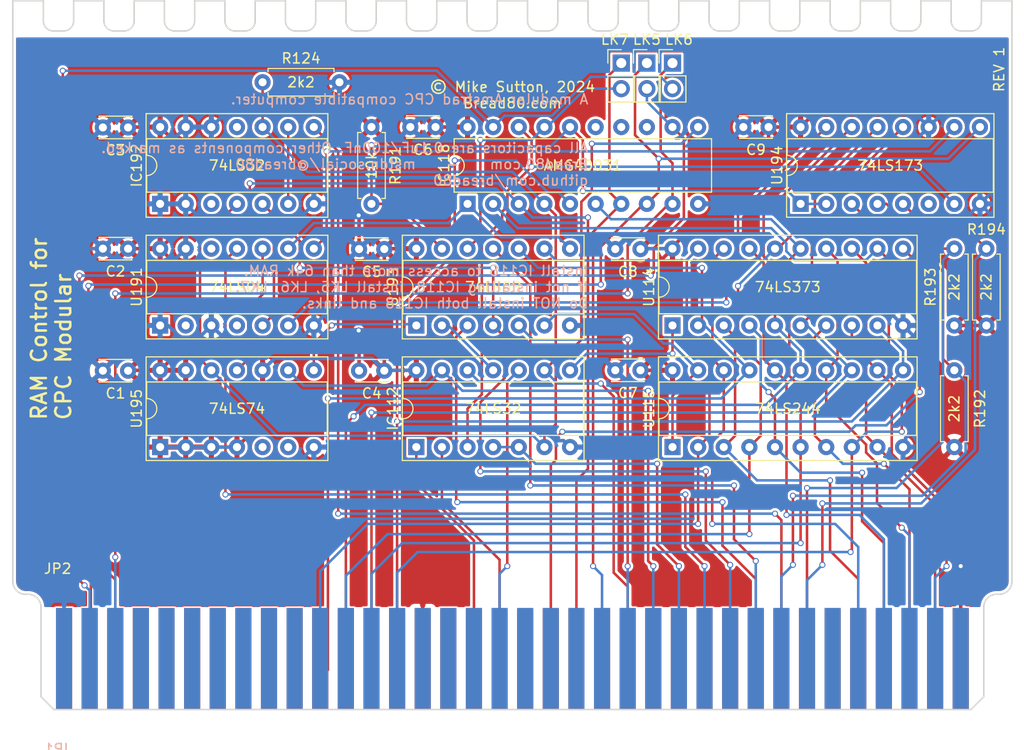
<source format=kicad_pcb>
(kicad_pcb (version 20171130) (host pcbnew "(5.1.12)-1")
  (layers (0 F.Cu signal) (31 B.Cu signal) (34 B.Paste user) (35 F.Paste user) (36 B.SilkS user hide) (37 F.SilkS user hide) (38 B.Mask user hide) (39 F.Mask user hide) (44 Edge.Cuts user))
  (net 0 "")
  (net 1 GND)
  (net 2 +5V)
  (net 3 D0)
  (net 4 D1)
  (net 5 D2)
  (net 6 D3)
  (net 7 D4)
  (net 8 D5)
  (net 9 D6)
  (net 10 D7)
  (net 11 A14)
  (net 12 /CRTC_ADDR_MULTI/~RESET)
  (net 13 A15)
  (net 14 /CRTC_ADDR_MULTI/~CAS)
  (net 15 "Net-(IC118-Pad15)")
  (net 16 "Net-(IC118-Pad14)")
  (net 17 "Net-(IC118-Pad13)")
  (net 18 /CRTC_ADDR_MULTI/~IORQ)
  (net 19 /CRTC_ADDR_MULTI/~WR)
  (net 20 "Net-(JP1-Pad36)")
  (net 21 "Net-(JP1-Pad21)")
  (net 22 "Net-(JP1-Pad19)")
  (net 23 "Net-(JP2-Pad24)")
  (net 24 "Net-(JP2-Pad10)")
  (net 25 "Net-(JP2-Pad8)")
  (net 26 "Net-(JP2-Pad7)")
  (net 27 "Net-(JP2-Pad6)")
  (net 28 "Net-(JP2-Pad4)")
  (net 29 /CRTC_ADDR_MULTI/~MWE)
  (net 30 "Net-(IC112-Pad11)")
  (net 31 "Net-(IC112-Pad3)")
  (net 32 /RAMDIS)
  (net 33 "Net-(IC112-Pad8)")
  (net 34 "Net-(IC118-Pad17)")
  (net 35 "Net-(IC118-Pad16)")
  (net 36 "Net-(IC118-Pad1)")
  (net 37 /CRTC_ADDR_MULTI/~RAMWE)
  (net 38 "Net-(IC192-Pad11)")
  (net 39 "Net-(IC192-Pad3)")
  (net 40 /CRTC_ADDR_MULTI/~244EN)
  (net 41 /CRTC_ADDR_MULTI/~RAS)
  (net 42 /CRTC_ADDR_MULTI/RAMA18)
  (net 43 /CRTC_ADDR_MULTI/RAMA17)
  (net 44 /CRTC_ADDR_MULTI/RAMA16)
  (net 45 /CRTC_ADDR_MULTI/~RAMOE)
  (net 46 /CRTC_ADDR_MULTI/~RAMCS)
  (net 47 /CRTC_ADDR_MULTI/~XCPU_AD)
  (net 48 "Net-(JP2-Pad19)")
  (net 49 /READY)
  (net 50 "Net-(U115-Pad1)")
  (net 51 "Net-(U191-Pad6)")
  (net 52 "Net-(U191-Pad10)")
  (net 53 "Net-(U191-Pad2)")
  (net 54 "Net-(U191-Pad8)")
  (net 55 "Net-(U194-Pad6)")
  (net 56 "Net-(U195-Pad6)")
  (net 57 "Net-(IC192-Pad6)")
  (net 58 "Net-(U195-Pad5)")
  (net 59 "Net-(U191-Pad4)")
  (net 60 /~CPU_ADDR)
  (net 61 /~RAMRD)
  (net 62 "Net-(JP1-Pad16)")
  (net 63 "Net-(JP1-Pad15)")
  (net 64 "Net-(JP1-Pad10)")
  (net 65 "Net-(JP1-Pad9)")
  (net 66 "Net-(JP1-Pad8)")
  (net 67 "Net-(JP1-Pad7)")
  (net 68 "Net-(JP1-Pad6)")
  (net 69 "Net-(JP1-Pad5)")
  (net 70 "Net-(JP1-Pad4)")
  (net 71 /CRTC_ADDR_MULTI/~BUF_CPU_AD)
  (net 72 RD0)
  (net 73 RD2)
  (net 74 RD4)
  (net 75 RD6)
  (net 76 "Net-(JP1-Pad31)")
  (net 77 "Net-(JP1-Pad20)")
  (net 78 "Net-(JP1-Pad17)")
  (net 79 RD1)
  (net 80 RD3)
  (net 81 RD5)
  (net 82 RD7)
  (net 83 "Net-(JP2-Pad31)")
  (net 84 "Net-(JP2-Pad27)")
  (net 85 "Net-(JP2-Pad26)")
  (net 86 "Net-(JP2-Pad25)")
  (net 87 "Net-(JP2-Pad22)")
  (net 88 "Net-(JP2-Pad16)")
  (net 89 "Net-(JP2-Pad9)")
  (net 90 "Net-(JP2-Pad5)")
  (net 91 "Net-(JP2-Pad1)")
  (net 92 "Net-(U191-Pad12)")
  (net 93 /CRTC_ADDR_MULTI/XCPU_AD)
  (net 94 /CRTC_ADDR_MULTI/AOUT14)
  (net 95 /CRTC_ADDR_MULTI/AOUT15)
  (module CPCModular:Edge36_2.54PS (layer F.Cu) (at 158.75 167.64 90)
    (fp_text reference JP2 (at 10.795 -0.635) (layer F.SilkS))
    (fp_text value CPCM_VideoRAM_EdgeTop)
    (pad 36 smd rect (at 1.8 88.9 90) (size 10 1.6) (layers F.Cu F.Paste F.Mask) (net 1 GND))
    (pad 35 smd rect (at 1.8 86.36 90) (size 10 1.6) (layers F.Cu F.Paste F.Mask) (net 79 RD1))
    (pad 34 smd rect (at 1.8 83.82 90) (size 10 1.6) (layers F.Cu F.Paste F.Mask) (net 80 RD3))
    (pad 33 smd rect (at 1.8 81.28 90) (size 10 1.6) (layers F.Cu F.Paste F.Mask) (net 81 RD5))
    (pad 32 smd rect (at 1.8 78.74 90) (size 10 1.6) (layers F.Cu F.Paste F.Mask) (net 82 RD7))
    (pad 31 smd rect (at 1.8 76.2 90) (size 10 1.6) (layers F.Cu F.Paste F.Mask) (net 83 "Net-(JP2-Pad31)"))
    (pad 30 smd rect (at 1.8 73.66 90) (size 10 1.6) (layers F.Cu F.Paste F.Mask) (net 43 /CRTC_ADDR_MULTI/RAMA17))
    (pad 29 smd rect (at 1.8 71.12 90) (size 10 1.6) (layers F.Cu F.Paste F.Mask) (net 37 /CRTC_ADDR_MULTI/~RAMWE))
    (pad 28 smd rect (at 1.8 68.58 90) (size 10 1.6) (layers F.Cu F.Paste F.Mask) (net 45 /CRTC_ADDR_MULTI/~RAMOE))
    (pad 27 smd rect (at 1.8 66.04 90) (size 10 1.6) (layers F.Cu F.Paste F.Mask) (net 84 "Net-(JP2-Pad27)"))
    (pad 26 smd rect (at 1.8 63.5 90) (size 10 1.6) (layers F.Cu F.Paste F.Mask) (net 85 "Net-(JP2-Pad26)"))
    (pad 25 smd rect (at 1.8 60.96 90) (size 10 1.6) (layers F.Cu F.Paste F.Mask) (net 86 "Net-(JP2-Pad25)"))
    (pad 24 smd rect (at 1.8 58.42 90) (size 10 1.6) (layers F.Cu F.Paste F.Mask) (net 23 "Net-(JP2-Pad24)"))
    (pad 23 smd rect (at 1.8 55.88 90) (size 10 1.6) (layers F.Cu F.Paste F.Mask) (net 32 /RAMDIS))
    (pad 22 smd rect (at 1.8 53.34 90) (size 10 1.6) (layers F.Cu F.Paste F.Mask) (net 87 "Net-(JP2-Pad22)"))
    (pad 21 smd rect (at 1.8 50.8 90) (size 10 1.6) (layers F.Cu F.Paste F.Mask) (net 12 /CRTC_ADDR_MULTI/~RESET))
    (pad 20 smd rect (at 1.8 48.26 90) (size 10 1.6) (layers F.Cu F.Paste F.Mask) (net 49 /READY))
    (pad 19 smd rect (at 1.8 45.72 90) (size 10 1.6) (layers F.Cu F.Paste F.Mask) (net 48 "Net-(JP2-Pad19)"))
    (pad 18 smd rect (at 1.8 43.18 90) (size 10 1.6) (layers F.Cu F.Paste F.Mask) (net 19 /CRTC_ADDR_MULTI/~WR))
    (pad 17 smd rect (at 1.8 40.64 90) (size 10 1.6) (layers F.Cu F.Paste F.Mask) (net 18 /CRTC_ADDR_MULTI/~IORQ))
    (pad 16 smd rect (at 1.8 38.1 90) (size 10 1.6) (layers F.Cu F.Paste F.Mask) (net 88 "Net-(JP2-Pad16)"))
    (pad 15 smd rect (at 1.8 35.56 90) (size 10 1.6) (layers F.Cu F.Paste F.Mask) (net 2 +5V))
    (pad 14 smd rect (at 1.8 33.02 90) (size 10 1.6) (layers F.Cu F.Paste F.Mask) (net 4 D1))
    (pad 13 smd rect (at 1.8 30.48 90) (size 10 1.6) (layers F.Cu F.Paste F.Mask) (net 6 D3))
    (pad 12 smd rect (at 1.8 27.94 90) (size 10 1.6) (layers F.Cu F.Paste F.Mask) (net 8 D5))
    (pad 11 smd rect (at 1.8 25.4 90) (size 10 1.6) (layers F.Cu F.Paste F.Mask) (net 10 D7))
    (pad 10 smd rect (at 1.8 22.86 90) (size 10 1.6) (layers F.Cu F.Paste F.Mask) (net 24 "Net-(JP2-Pad10)"))
    (pad 9 smd rect (at 1.8 20.32 90) (size 10 1.6) (layers F.Cu F.Paste F.Mask) (net 89 "Net-(JP2-Pad9)"))
    (pad 8 smd rect (at 1.8 17.78 90) (size 10 1.6) (layers F.Cu F.Paste F.Mask) (net 25 "Net-(JP2-Pad8)"))
    (pad 7 smd rect (at 1.8 15.24 90) (size 10 1.6) (layers F.Cu F.Paste F.Mask) (net 26 "Net-(JP2-Pad7)"))
    (pad 6 smd rect (at 1.8 12.7 90) (size 10 1.6) (layers F.Cu F.Paste F.Mask) (net 27 "Net-(JP2-Pad6)"))
    (pad 5 smd rect (at 1.8 10.16 90) (size 10 1.6) (layers F.Cu F.Paste F.Mask) (net 90 "Net-(JP2-Pad5)"))
    (pad 4 smd rect (at 1.8 7.62 90) (size 10 1.6) (layers F.Cu F.Paste F.Mask) (net 28 "Net-(JP2-Pad4)"))
    (pad 3 smd rect (at 1.8 5.08 90) (size 10 1.6) (layers F.Cu F.Paste F.Mask) (net 13 A15))
    (pad 2 smd rect (at 1.8 2.54 90) (size 10 1.6) (layers F.Cu F.Paste F.Mask) (net 95 /CRTC_ADDR_MULTI/AOUT15))
    (pad 1 smd rect (at 1.8 0 90) (size 10 1.6) (layers F.Cu F.Paste F.Mask) (net 91 "Net-(JP2-Pad1)"))
  )
  (module CPCModular:Edge36_2.54PS (layer B.Cu) (at 158.75 163.935 270)
    (fp_text reference JP1 (at 10.795 0.635 180) (layer B.SilkS) (effects (justify mirror)))
    (fp_text value CPCM_VideoRAM_EdgeBottom)
    (pad 36 smd rect (at 1.8 -88.9 270) (size 10 1.6) (layers B.Cu B.Paste B.Mask) (net 20 "Net-(JP1-Pad36)"))
    (pad 35 smd rect (at 1.8 -86.36 270) (size 10 1.6) (layers B.Cu B.Paste B.Mask) (net 72 RD0))
    (pad 34 smd rect (at 1.8 -83.82 270) (size 10 1.6) (layers B.Cu B.Paste B.Mask) (net 73 RD2))
    (pad 33 smd rect (at 1.8 -81.28 270) (size 10 1.6) (layers B.Cu B.Paste B.Mask) (net 74 RD4))
    (pad 32 smd rect (at 1.8 -78.74 270) (size 10 1.6) (layers B.Cu B.Paste B.Mask) (net 75 RD6))
    (pad 31 smd rect (at 1.8 -76.2 270) (size 10 1.6) (layers B.Cu B.Paste B.Mask) (net 76 "Net-(JP1-Pad31)"))
    (pad 30 smd rect (at 1.8 -73.66 270) (size 10 1.6) (layers B.Cu B.Paste B.Mask) (net 44 /CRTC_ADDR_MULTI/RAMA16))
    (pad 29 smd rect (at 1.8 -71.12 270) (size 10 1.6) (layers B.Cu B.Paste B.Mask) (net 42 /CRTC_ADDR_MULTI/RAMA18))
    (pad 28 smd rect (at 1.8 -68.58 270) (size 10 1.6) (layers B.Cu B.Paste B.Mask) (net 46 /CRTC_ADDR_MULTI/~RAMCS))
    (pad 27 smd rect (at 1.8 -66.04 270) (size 10 1.6) (layers B.Cu B.Paste B.Mask) (net 29 /CRTC_ADDR_MULTI/~MWE))
    (pad 26 smd rect (at 1.8 -63.5 270) (size 10 1.6) (layers B.Cu B.Paste B.Mask) (net 41 /CRTC_ADDR_MULTI/~RAS))
    (pad 25 smd rect (at 1.8 -60.96 270) (size 10 1.6) (layers B.Cu B.Paste B.Mask) (net 60 /~CPU_ADDR))
    (pad 24 smd rect (at 1.8 -58.42 270) (size 10 1.6) (layers B.Cu B.Paste B.Mask) (net 47 /CRTC_ADDR_MULTI/~XCPU_AD))
    (pad 23 smd rect (at 1.8 -55.88 270) (size 10 1.6) (layers B.Cu B.Paste B.Mask) (net 40 /CRTC_ADDR_MULTI/~244EN))
    (pad 22 smd rect (at 1.8 -53.34 270) (size 10 1.6) (layers B.Cu B.Paste B.Mask) (net 14 /CRTC_ADDR_MULTI/~CAS))
    (pad 21 smd rect (at 1.8 -50.8 270) (size 10 1.6) (layers B.Cu B.Paste B.Mask) (net 21 "Net-(JP1-Pad21)"))
    (pad 20 smd rect (at 1.8 -48.26 270) (size 10 1.6) (layers B.Cu B.Paste B.Mask) (net 77 "Net-(JP1-Pad20)"))
    (pad 19 smd rect (at 1.8 -45.72 270) (size 10 1.6) (layers B.Cu B.Paste B.Mask) (net 22 "Net-(JP1-Pad19)"))
    (pad 18 smd rect (at 1.8 -43.18 270) (size 10 1.6) (layers B.Cu B.Paste B.Mask) (net 61 /~RAMRD))
    (pad 17 smd rect (at 1.8 -40.64 270) (size 10 1.6) (layers B.Cu B.Paste B.Mask) (net 78 "Net-(JP1-Pad17)"))
    (pad 16 smd rect (at 1.8 -38.1 270) (size 10 1.6) (layers B.Cu B.Paste B.Mask) (net 62 "Net-(JP1-Pad16)"))
    (pad 15 smd rect (at 1.8 -35.56 270) (size 10 1.6) (layers B.Cu B.Paste B.Mask) (net 63 "Net-(JP1-Pad15)"))
    (pad 14 smd rect (at 1.8 -33.02 270) (size 10 1.6) (layers B.Cu B.Paste B.Mask) (net 3 D0))
    (pad 13 smd rect (at 1.8 -30.48 270) (size 10 1.6) (layers B.Cu B.Paste B.Mask) (net 5 D2))
    (pad 12 smd rect (at 1.8 -27.94 270) (size 10 1.6) (layers B.Cu B.Paste B.Mask) (net 7 D4))
    (pad 11 smd rect (at 1.8 -25.4 270) (size 10 1.6) (layers B.Cu B.Paste B.Mask) (net 9 D6))
    (pad 10 smd rect (at 1.8 -22.86 270) (size 10 1.6) (layers B.Cu B.Paste B.Mask) (net 64 "Net-(JP1-Pad10)"))
    (pad 9 smd rect (at 1.8 -20.32 270) (size 10 1.6) (layers B.Cu B.Paste B.Mask) (net 65 "Net-(JP1-Pad9)"))
    (pad 8 smd rect (at 1.8 -17.78 270) (size 10 1.6) (layers B.Cu B.Paste B.Mask) (net 66 "Net-(JP1-Pad8)"))
    (pad 7 smd rect (at 1.8 -15.24 270) (size 10 1.6) (layers B.Cu B.Paste B.Mask) (net 67 "Net-(JP1-Pad7)"))
    (pad 6 smd rect (at 1.8 -12.7 270) (size 10 1.6) (layers B.Cu B.Paste B.Mask) (net 68 "Net-(JP1-Pad6)"))
    (pad 5 smd rect (at 1.8 -10.16 270) (size 10 1.6) (layers B.Cu B.Paste B.Mask) (net 69 "Net-(JP1-Pad5)"))
    (pad 4 smd rect (at 1.8 -7.62 270) (size 10 1.6) (layers B.Cu B.Paste B.Mask) (net 70 "Net-(JP1-Pad4)"))
    (pad 3 smd rect (at 1.8 -5.08 270) (size 10 1.6) (layers B.Cu B.Paste B.Mask) (net 11 A14))
    (pad 2 smd rect (at 1.8 -2.54 270) (size 10 1.6) (layers B.Cu B.Paste B.Mask) (net 94 /CRTC_ADDR_MULTI/AOUT14))
    (pad 1 smd rect (at 1.8 0 270) (size 10 1.6) (layers B.Cu B.Paste B.Mask) (net 1 GND))
  )
  (module Package_DIP:DIP-20_W7.62mm_Socket (layer F.Cu) (at 219.075 132.715 90)
    (fp_text reference U114 (at 3.81 -2.33 90) (layer F.SilkS))
    (fp_text value 74LS373 (at 3.81 11.43) (layer F.SilkS))
    (pad 20 thru_hole oval (at 7.62 0 90) (size 1.6 1.6) (drill 0.8) (layers *.Cu *.Mask) (net 2 +5V))
    (pad 10 thru_hole oval (at 0 22.86 90) (size 1.6 1.6) (drill 0.8) (layers *.Cu *.Mask) (net 1 GND))
    (pad 19 thru_hole oval (at 7.62 2.54 90) (size 1.6 1.6) (drill 0.8) (layers *.Cu *.Mask) (net 9 D6))
    (pad 9 thru_hole oval (at 0 20.32 90) (size 1.6 1.6) (drill 0.8) (layers *.Cu *.Mask) (net 4 D1))
    (pad 18 thru_hole oval (at 7.62 5.08 90) (size 1.6 1.6) (drill 0.8) (layers *.Cu *.Mask) (net 75 RD6))
    (pad 8 thru_hole oval (at 0 17.78 90) (size 1.6 1.6) (drill 0.8) (layers *.Cu *.Mask) (net 79 RD1))
    (pad 17 thru_hole oval (at 7.62 7.62 90) (size 1.6 1.6) (drill 0.8) (layers *.Cu *.Mask) (net 74 RD4))
    (pad 7 thru_hole oval (at 0 15.24 90) (size 1.6 1.6) (drill 0.8) (layers *.Cu *.Mask) (net 80 RD3))
    (pad 16 thru_hole oval (at 7.62 10.16 90) (size 1.6 1.6) (drill 0.8) (layers *.Cu *.Mask) (net 7 D4))
    (pad 6 thru_hole oval (at 0 12.7 90) (size 1.6 1.6) (drill 0.8) (layers *.Cu *.Mask) (net 6 D3))
    (pad 15 thru_hole oval (at 7.62 12.7 90) (size 1.6 1.6) (drill 0.8) (layers *.Cu *.Mask) (net 5 D2))
    (pad 5 thru_hole oval (at 0 10.16 90) (size 1.6 1.6) (drill 0.8) (layers *.Cu *.Mask) (net 8 D5))
    (pad 14 thru_hole oval (at 7.62 15.24 90) (size 1.6 1.6) (drill 0.8) (layers *.Cu *.Mask) (net 73 RD2))
    (pad 4 thru_hole oval (at 0 7.62 90) (size 1.6 1.6) (drill 0.8) (layers *.Cu *.Mask) (net 81 RD5))
    (pad 13 thru_hole oval (at 7.62 17.78 90) (size 1.6 1.6) (drill 0.8) (layers *.Cu *.Mask) (net 72 RD0))
    (pad 3 thru_hole oval (at 0 5.08 90) (size 1.6 1.6) (drill 0.8) (layers *.Cu *.Mask) (net 82 RD7))
    (pad 12 thru_hole oval (at 7.62 20.32 90) (size 1.6 1.6) (drill 0.8) (layers *.Cu *.Mask) (net 3 D0))
    (pad 2 thru_hole oval (at 0 2.54 90) (size 1.6 1.6) (drill 0.8) (layers *.Cu *.Mask) (net 10 D7))
    (pad 11 thru_hole oval (at 7.62 22.86 90) (size 1.6 1.6) (drill 0.8) (layers *.Cu *.Mask) (net 49 /READY))
    (pad 1 thru_hole rect (at 0 0 90) (size 1.6 1.6) (drill 0.8) (layers *.Cu *.Mask) (net 33 "Net-(IC112-Pad8)"))
  )
  (module Package_DIP:DIP-14_W7.62mm_Socket (layer F.Cu) (at 193.675 144.78 90)
    (fp_text reference IC112 (at 3.81 -2.33 90) (layer F.SilkS))
    (fp_text value 74LS32 (at 3.81 7.62 180) (layer F.SilkS))
    (pad 14 thru_hole oval (at 7.62 0 90) (size 1.6 1.6) (drill 0.8) (layers *.Cu *.Mask) (net 2 +5V))
    (pad 7 thru_hole oval (at 0 15.24 90) (size 1.6 1.6) (drill 0.8) (layers *.Cu *.Mask) (net 1 GND))
    (pad 13 thru_hole oval (at 7.62 2.54 90) (size 1.6 1.6) (drill 0.8) (layers *.Cu *.Mask) (net 47 /CRTC_ADDR_MULTI/~XCPU_AD))
    (pad 6 thru_hole oval (at 0 12.7 90) (size 1.6 1.6) (drill 0.8) (layers *.Cu *.Mask) (net 71 /CRTC_ADDR_MULTI/~BUF_CPU_AD))
    (pad 12 thru_hole oval (at 7.62 5.08 90) (size 1.6 1.6) (drill 0.8) (layers *.Cu *.Mask) (net 61 /~RAMRD))
    (pad 5 thru_hole oval (at 0 10.16 90) (size 1.6 1.6) (drill 0.8) (layers *.Cu *.Mask) (net 60 /~CPU_ADDR))
    (pad 11 thru_hole oval (at 7.62 7.62 90) (size 1.6 1.6) (drill 0.8) (layers *.Cu *.Mask) (net 30 "Net-(IC112-Pad11)"))
    (pad 4 thru_hole oval (at 0 7.62 90) (size 1.6 1.6) (drill 0.8) (layers *.Cu *.Mask) (net 60 /~CPU_ADDR))
    (pad 10 thru_hole oval (at 7.62 10.16 90) (size 1.6 1.6) (drill 0.8) (layers *.Cu *.Mask) (net 61 /~RAMRD))
    (pad 3 thru_hole oval (at 0 5.08 90) (size 1.6 1.6) (drill 0.8) (layers *.Cu *.Mask) (net 31 "Net-(IC112-Pad3)"))
    (pad 9 thru_hole oval (at 7.62 12.7 90) (size 1.6 1.6) (drill 0.8) (layers *.Cu *.Mask) (net 32 /RAMDIS))
    (pad 2 thru_hole oval (at 0 2.54 90) (size 1.6 1.6) (drill 0.8) (layers *.Cu *.Mask) (net 19 /CRTC_ADDR_MULTI/~WR))
    (pad 8 thru_hole oval (at 7.62 15.24 90) (size 1.6 1.6) (drill 0.8) (layers *.Cu *.Mask) (net 33 "Net-(IC112-Pad8)"))
    (pad 1 thru_hole rect (at 0 0 90) (size 1.6 1.6) (drill 0.8) (layers *.Cu *.Mask) (net 18 /CRTC_ADDR_MULTI/~IORQ))
  )
  (module Resistor_THT:R_Axial_DIN0207_L6.3mm_D2.5mm_P7.62mm_Horizontal (layer F.Cu) (at 178.435 108.585)
    (fp_text reference R124 (at 3.81 -2.37) (layer F.SilkS))
    (fp_text value 2k2 (at 3.81 0) (layer F.SilkS))
    (pad 2 thru_hole oval (at 7.62 0) (size 1.6 1.6) (drill 0.8) (layers *.Cu *.Mask) (net 1 GND))
    (pad 1 thru_hole circle (at 0 0) (size 1.6 1.6) (drill 0.8) (layers *.Cu *.Mask) (net 32 /RAMDIS))
  )
  (module Package_DIP:DIP-14_W7.62mm_Socket (layer F.Cu) (at 168.275 144.78 90)
    (fp_text reference U195 (at 3.81 -2.33 90) (layer F.SilkS))
    (fp_text value 74LS74 (at 3.81 7.62 180) (layer F.SilkS))
    (pad 14 thru_hole oval (at 7.62 0 90) (size 1.6 1.6) (drill 0.8) (layers *.Cu *.Mask) (net 2 +5V))
    (pad 7 thru_hole oval (at 0 15.24 90) (size 1.6 1.6) (drill 0.8) (layers *.Cu *.Mask) (net 1 GND))
    (pad 13 thru_hole oval (at 7.62 2.54 90) (size 1.6 1.6) (drill 0.8) (layers *.Cu *.Mask) (net 2 +5V))
    (pad 6 thru_hole oval (at 0 12.7 90) (size 1.6 1.6) (drill 0.8) (layers *.Cu *.Mask) (net 56 "Net-(U195-Pad6)"))
    (pad 12 thru_hole oval (at 7.62 5.08 90) (size 1.6 1.6) (drill 0.8) (layers *.Cu *.Mask) (net 71 /CRTC_ADDR_MULTI/~BUF_CPU_AD))
    (pad 5 thru_hole oval (at 0 10.16 90) (size 1.6 1.6) (drill 0.8) (layers *.Cu *.Mask) (net 58 "Net-(U195-Pad5)"))
    (pad 11 thru_hole oval (at 7.62 7.62 90) (size 1.6 1.6) (drill 0.8) (layers *.Cu *.Mask) (net 52 "Net-(U191-Pad10)"))
    (pad 4 thru_hole oval (at 0 7.62 90) (size 1.6 1.6) (drill 0.8) (layers *.Cu *.Mask) (net 2 +5V))
    (pad 10 thru_hole oval (at 7.62 10.16 90) (size 1.6 1.6) (drill 0.8) (layers *.Cu *.Mask) (net 2 +5V))
    (pad 3 thru_hole oval (at 0 5.08 90) (size 1.6 1.6) (drill 0.8) (layers *.Cu *.Mask) (net 2 +5V))
    (pad 9 thru_hole oval (at 7.62 12.7 90) (size 1.6 1.6) (drill 0.8) (layers *.Cu *.Mask) (net 47 /CRTC_ADDR_MULTI/~XCPU_AD))
    (pad 2 thru_hole oval (at 0 2.54 90) (size 1.6 1.6) (drill 0.8) (layers *.Cu *.Mask) (net 2 +5V))
    (pad 8 thru_hole oval (at 7.62 15.24 90) (size 1.6 1.6) (drill 0.8) (layers *.Cu *.Mask) (net 93 /CRTC_ADDR_MULTI/XCPU_AD))
    (pad 1 thru_hole rect (at 0 0 90) (size 1.6 1.6) (drill 0.8) (layers *.Cu *.Mask) (net 2 +5V))
  )
  (module Package_DIP:DIP-16_W7.62mm_Socket (layer F.Cu) (at 231.775 120.65 90)
    (fp_text reference U194 (at 3.81 -2.33 90) (layer F.SilkS))
    (fp_text value 74LS173 (at 3.81 8.89 180) (layer F.SilkS))
    (pad 16 thru_hole oval (at 7.62 0 90) (size 1.6 1.6) (drill 0.8) (layers *.Cu *.Mask) (net 2 +5V))
    (pad 8 thru_hole oval (at 0 17.78 90) (size 1.6 1.6) (drill 0.8) (layers *.Cu *.Mask) (net 1 GND))
    (pad 15 thru_hole oval (at 7.62 2.54 90) (size 1.6 1.6) (drill 0.8) (layers *.Cu *.Mask) (net 51 "Net-(U191-Pad6)"))
    (pad 7 thru_hole oval (at 0 15.24 90) (size 1.6 1.6) (drill 0.8) (layers *.Cu *.Mask) (net 31 "Net-(IC112-Pad3)"))
    (pad 14 thru_hole oval (at 7.62 5.08 90) (size 1.6 1.6) (drill 0.8) (layers *.Cu *.Mask) (net 8 D5))
    (pad 6 thru_hole oval (at 0 12.7 90) (size 1.6 1.6) (drill 0.8) (layers *.Cu *.Mask) (net 55 "Net-(U194-Pad6)"))
    (pad 13 thru_hole oval (at 7.62 7.62 90) (size 1.6 1.6) (drill 0.8) (layers *.Cu *.Mask) (net 7 D4))
    (pad 5 thru_hole oval (at 0 10.16 90) (size 1.6 1.6) (drill 0.8) (layers *.Cu *.Mask) (net 44 /CRTC_ADDR_MULTI/RAMA16))
    (pad 12 thru_hole oval (at 7.62 10.16 90) (size 1.6 1.6) (drill 0.8) (layers *.Cu *.Mask) (net 6 D3))
    (pad 4 thru_hole oval (at 0 7.62 90) (size 1.6 1.6) (drill 0.8) (layers *.Cu *.Mask) (net 43 /CRTC_ADDR_MULTI/RAMA17))
    (pad 11 thru_hole oval (at 7.62 12.7 90) (size 1.6 1.6) (drill 0.8) (layers *.Cu *.Mask) (net 1 GND))
    (pad 3 thru_hole oval (at 0 5.08 90) (size 1.6 1.6) (drill 0.8) (layers *.Cu *.Mask) (net 42 /CRTC_ADDR_MULTI/RAMA18))
    (pad 10 thru_hole oval (at 7.62 15.24 90) (size 1.6 1.6) (drill 0.8) (layers *.Cu *.Mask) (net 54 "Net-(U191-Pad8)"))
    (pad 2 thru_hole oval (at 0 2.54 90) (size 1.6 1.6) (drill 0.8) (layers *.Cu *.Mask) (net 35 "Net-(IC118-Pad16)"))
    (pad 9 thru_hole oval (at 7.62 17.78 90) (size 1.6 1.6) (drill 0.8) (layers *.Cu *.Mask) (net 13 A15))
    (pad 1 thru_hole rect (at 0 0 90) (size 1.6 1.6) (drill 0.8) (layers *.Cu *.Mask) (net 35 "Net-(IC118-Pad16)"))
  )
  (module Package_DIP:DIP-14_W7.62mm_Socket (layer F.Cu) (at 193.675 132.715 90)
    (fp_text reference U193 (at 3.81 -2.33 90) (layer F.SilkS))
    (fp_text value 74LS08 (at 3.81 7.62 180) (layer F.SilkS))
    (pad 14 thru_hole oval (at 7.62 0 90) (size 1.6 1.6) (drill 0.8) (layers *.Cu *.Mask) (net 2 +5V))
    (pad 7 thru_hole oval (at 0 15.24 90) (size 1.6 1.6) (drill 0.8) (layers *.Cu *.Mask) (net 1 GND))
    (pad 13 thru_hole oval (at 7.62 2.54 90) (size 1.6 1.6) (drill 0.8) (layers *.Cu *.Mask) (net 35 "Net-(IC118-Pad16)"))
    (pad 6 thru_hole oval (at 0 12.7 90) (size 1.6 1.6) (drill 0.8) (layers *.Cu *.Mask) (net 50 "Net-(U115-Pad1)"))
    (pad 12 thru_hole oval (at 7.62 5.08 90) (size 1.6 1.6) (drill 0.8) (layers *.Cu *.Mask) (net 34 "Net-(IC118-Pad17)"))
    (pad 5 thru_hole oval (at 0 10.16 90) (size 1.6 1.6) (drill 0.8) (layers *.Cu *.Mask) (net 40 /CRTC_ADDR_MULTI/~244EN))
    (pad 11 thru_hole oval (at 7.62 7.62 90) (size 1.6 1.6) (drill 0.8) (layers *.Cu *.Mask) (net 46 /CRTC_ADDR_MULTI/~RAMCS))
    (pad 4 thru_hole oval (at 0 7.62 90) (size 1.6 1.6) (drill 0.8) (layers *.Cu *.Mask) (net 29 /CRTC_ADDR_MULTI/~MWE))
    (pad 10 thru_hole oval (at 7.62 10.16 90) (size 1.6 1.6) (drill 0.8) (layers *.Cu *.Mask) (net 10 D7))
    (pad 3 thru_hole oval (at 0 5.08 90) (size 1.6 1.6) (drill 0.8) (layers *.Cu *.Mask) (net 45 /CRTC_ADDR_MULTI/~RAMOE))
    (pad 9 thru_hole oval (at 7.62 12.7 90) (size 1.6 1.6) (drill 0.8) (layers *.Cu *.Mask) (net 9 D6))
    (pad 2 thru_hole oval (at 0 2.54 90) (size 1.6 1.6) (drill 0.8) (layers *.Cu *.Mask) (net 30 "Net-(IC112-Pad11)"))
    (pad 8 thru_hole oval (at 7.62 15.24 90) (size 1.6 1.6) (drill 0.8) (layers *.Cu *.Mask) (net 36 "Net-(IC118-Pad1)"))
    (pad 1 thru_hole rect (at 0 0 90) (size 1.6 1.6) (drill 0.8) (layers *.Cu *.Mask) (net 93 /CRTC_ADDR_MULTI/XCPU_AD))
  )
  (module Package_DIP:DIP-14_W7.62mm_Socket (layer F.Cu) (at 168.275 132.715 90)
    (fp_text reference U191 (at 3.81 -2.33 90) (layer F.SilkS))
    (fp_text value 74LS04 (at 3.81 7.62 180) (layer F.SilkS))
    (pad 14 thru_hole oval (at 7.62 0 90) (size 1.6 1.6) (drill 0.8) (layers *.Cu *.Mask) (net 2 +5V))
    (pad 7 thru_hole oval (at 0 15.24 90) (size 1.6 1.6) (drill 0.8) (layers *.Cu *.Mask) (net 1 GND))
    (pad 13 thru_hole oval (at 7.62 2.54 90) (size 1.6 1.6) (drill 0.8) (layers *.Cu *.Mask) (net 1 GND))
    (pad 6 thru_hole oval (at 0 12.7 90) (size 1.6 1.6) (drill 0.8) (layers *.Cu *.Mask) (net 51 "Net-(U191-Pad6)"))
    (pad 12 thru_hole oval (at 7.62 5.08 90) (size 1.6 1.6) (drill 0.8) (layers *.Cu *.Mask) (net 92 "Net-(U191-Pad12)"))
    (pad 5 thru_hole oval (at 0 10.16 90) (size 1.6 1.6) (drill 0.8) (layers *.Cu *.Mask) (net 12 /CRTC_ADDR_MULTI/~RESET))
    (pad 11 thru_hole oval (at 7.62 7.62 90) (size 1.6 1.6) (drill 0.8) (layers *.Cu *.Mask) (net 41 /CRTC_ADDR_MULTI/~RAS))
    (pad 4 thru_hole oval (at 0 7.62 90) (size 1.6 1.6) (drill 0.8) (layers *.Cu *.Mask) (net 59 "Net-(U191-Pad4)"))
    (pad 10 thru_hole oval (at 7.62 10.16 90) (size 1.6 1.6) (drill 0.8) (layers *.Cu *.Mask) (net 52 "Net-(U191-Pad10)"))
    (pad 3 thru_hole oval (at 0 5.08 90) (size 1.6 1.6) (drill 0.8) (layers *.Cu *.Mask) (net 1 GND))
    (pad 9 thru_hole oval (at 7.62 12.7 90) (size 1.6 1.6) (drill 0.8) (layers *.Cu *.Mask) (net 36 "Net-(IC118-Pad1)"))
    (pad 2 thru_hole oval (at 0 2.54 90) (size 1.6 1.6) (drill 0.8) (layers *.Cu *.Mask) (net 53 "Net-(U191-Pad2)"))
    (pad 8 thru_hole oval (at 7.62 15.24 90) (size 1.6 1.6) (drill 0.8) (layers *.Cu *.Mask) (net 54 "Net-(U191-Pad8)"))
    (pad 1 thru_hole rect (at 0 0 90) (size 1.6 1.6) (drill 0.8) (layers *.Cu *.Mask) (net 1 GND))
  )
  (module Package_DIP:DIP-20_W7.62mm_Socket (layer F.Cu) (at 219.075 144.78 90)
    (fp_text reference U115 (at 3.81 -2.33 90) (layer F.SilkS))
    (fp_text value 74LS244 (at 3.81 11.43 180) (layer F.SilkS))
    (pad 20 thru_hole oval (at 7.62 0 90) (size 1.6 1.6) (drill 0.8) (layers *.Cu *.Mask) (net 2 +5V))
    (pad 10 thru_hole oval (at 0 22.86 90) (size 1.6 1.6) (drill 0.8) (layers *.Cu *.Mask) (net 1 GND))
    (pad 19 thru_hole oval (at 7.62 2.54 90) (size 1.6 1.6) (drill 0.8) (layers *.Cu *.Mask) (net 50 "Net-(U115-Pad1)"))
    (pad 9 thru_hole oval (at 0 20.32 90) (size 1.6 1.6) (drill 0.8) (layers *.Cu *.Mask) (net 79 RD1))
    (pad 18 thru_hole oval (at 7.62 5.08 90) (size 1.6 1.6) (drill 0.8) (layers *.Cu *.Mask) (net 75 RD6))
    (pad 8 thru_hole oval (at 0 17.78 90) (size 1.6 1.6) (drill 0.8) (layers *.Cu *.Mask) (net 3 D0))
    (pad 17 thru_hole oval (at 7.62 7.62 90) (size 1.6 1.6) (drill 0.8) (layers *.Cu *.Mask) (net 10 D7))
    (pad 7 thru_hole oval (at 0 15.24 90) (size 1.6 1.6) (drill 0.8) (layers *.Cu *.Mask) (net 80 RD3))
    (pad 16 thru_hole oval (at 7.62 10.16 90) (size 1.6 1.6) (drill 0.8) (layers *.Cu *.Mask) (net 74 RD4))
    (pad 6 thru_hole oval (at 0 12.7 90) (size 1.6 1.6) (drill 0.8) (layers *.Cu *.Mask) (net 5 D2))
    (pad 15 thru_hole oval (at 7.62 12.7 90) (size 1.6 1.6) (drill 0.8) (layers *.Cu *.Mask) (net 8 D5))
    (pad 5 thru_hole oval (at 0 10.16 90) (size 1.6 1.6) (drill 0.8) (layers *.Cu *.Mask) (net 81 RD5))
    (pad 14 thru_hole oval (at 7.62 15.24 90) (size 1.6 1.6) (drill 0.8) (layers *.Cu *.Mask) (net 73 RD2))
    (pad 4 thru_hole oval (at 0 7.62 90) (size 1.6 1.6) (drill 0.8) (layers *.Cu *.Mask) (net 7 D4))
    (pad 13 thru_hole oval (at 7.62 17.78 90) (size 1.6 1.6) (drill 0.8) (layers *.Cu *.Mask) (net 6 D3))
    (pad 3 thru_hole oval (at 0 5.08 90) (size 1.6 1.6) (drill 0.8) (layers *.Cu *.Mask) (net 82 RD7))
    (pad 12 thru_hole oval (at 7.62 20.32 90) (size 1.6 1.6) (drill 0.8) (layers *.Cu *.Mask) (net 72 RD0))
    (pad 2 thru_hole oval (at 0 2.54 90) (size 1.6 1.6) (drill 0.8) (layers *.Cu *.Mask) (net 9 D6))
    (pad 11 thru_hole oval (at 7.62 22.86 90) (size 1.6 1.6) (drill 0.8) (layers *.Cu *.Mask) (net 4 D1))
    (pad 1 thru_hole rect (at 0 0 90) (size 1.6 1.6) (drill 0.8) (layers *.Cu *.Mask) (net 50 "Net-(U115-Pad1)"))
  )
  (module Resistor_THT:R_Axial_DIN0207_L6.3mm_D2.5mm_P7.62mm_Horizontal (layer F.Cu) (at 250.19 132.715 90)
    (fp_text reference R194 (at 9.525 0 180) (layer F.SilkS))
    (fp_text value 2k2 (at 3.81 0 90) (layer F.SilkS))
    (pad 2 thru_hole oval (at 7.62 0 90) (size 1.6 1.6) (drill 0.8) (layers *.Cu *.Mask) (net 44 /CRTC_ADDR_MULTI/RAMA16))
    (pad 1 thru_hole circle (at 0 0 90) (size 1.6 1.6) (drill 0.8) (layers *.Cu *.Mask) (net 2 +5V))
  )
  (module Resistor_THT:R_Axial_DIN0207_L6.3mm_D2.5mm_P7.62mm_Horizontal (layer F.Cu) (at 247.015 132.715 90)
    (fp_text reference R193 (at 3.81 -2.37 90) (layer F.SilkS))
    (fp_text value 2k2 (at 3.81 0 90) (layer F.SilkS))
    (pad 2 thru_hole oval (at 7.62 0 90) (size 1.6 1.6) (drill 0.8) (layers *.Cu *.Mask) (net 43 /CRTC_ADDR_MULTI/RAMA17))
    (pad 1 thru_hole circle (at 0 0 90) (size 1.6 1.6) (drill 0.8) (layers *.Cu *.Mask) (net 2 +5V))
  )
  (module Resistor_THT:R_Axial_DIN0207_L6.3mm_D2.5mm_P7.62mm_Horizontal (layer F.Cu) (at 247.015 144.78 90)
    (fp_text reference R192 (at 3.81 2.54 270) (layer F.SilkS))
    (fp_text value 2k2 (at 3.81 0 90) (layer F.SilkS))
    (pad 2 thru_hole oval (at 7.62 0 90) (size 1.6 1.6) (drill 0.8) (layers *.Cu *.Mask) (net 42 /CRTC_ADDR_MULTI/RAMA18))
    (pad 1 thru_hole circle (at 0 0 90) (size 1.6 1.6) (drill 0.8) (layers *.Cu *.Mask) (net 2 +5V))
  )
  (module Resistor_THT:R_Axial_DIN0207_L6.3mm_D2.5mm_P7.62mm_Horizontal (layer F.Cu) (at 189.23 113.03 270)
    (fp_text reference R191 (at 3.81 -2.37 90) (layer F.SilkS))
    (fp_text value 10k (at 3.81 0 90) (layer F.SilkS))
    (pad 2 thru_hole oval (at 7.62 0 270) (size 1.6 1.6) (drill 0.8) (layers *.Cu *.Mask) (net 35 "Net-(IC118-Pad16)"))
    (pad 1 thru_hole circle (at 0 0 270) (size 1.6 1.6) (drill 0.8) (layers *.Cu *.Mask) (net 2 +5V))
  )
  (module Package_DIP:DIP-14_W7.62mm_Socket (layer F.Cu) (at 168.275 120.65 90)
    (fp_text reference IC192 (at 3.81 -2.33 90) (layer F.SilkS))
    (fp_text value 74LS32 (at 3.81 7.62 180) (layer F.SilkS))
    (pad 14 thru_hole oval (at 7.62 0 90) (size 1.6 1.6) (drill 0.8) (layers *.Cu *.Mask) (net 2 +5V))
    (pad 7 thru_hole oval (at 0 15.24 90) (size 1.6 1.6) (drill 0.8) (layers *.Cu *.Mask) (net 1 GND))
    (pad 13 thru_hole oval (at 7.62 2.54 90) (size 1.6 1.6) (drill 0.8) (layers *.Cu *.Mask) (net 1 GND))
    (pad 6 thru_hole oval (at 0 12.7 90) (size 1.6 1.6) (drill 0.8) (layers *.Cu *.Mask) (net 57 "Net-(IC192-Pad6)"))
    (pad 12 thru_hole oval (at 7.62 5.08 90) (size 1.6 1.6) (drill 0.8) (layers *.Cu *.Mask) (net 1 GND))
    (pad 5 thru_hole oval (at 0 10.16 90) (size 1.6 1.6) (drill 0.8) (layers *.Cu *.Mask) (net 29 /CRTC_ADDR_MULTI/~MWE))
    (pad 11 thru_hole oval (at 7.62 7.62 90) (size 1.6 1.6) (drill 0.8) (layers *.Cu *.Mask) (net 38 "Net-(IC192-Pad11)"))
    (pad 4 thru_hole oval (at 0 7.62 90) (size 1.6 1.6) (drill 0.8) (layers *.Cu *.Mask) (net 71 /CRTC_ADDR_MULTI/~BUF_CPU_AD))
    (pad 10 thru_hole oval (at 7.62 10.16 90) (size 1.6 1.6) (drill 0.8) (layers *.Cu *.Mask) (net 32 /RAMDIS))
    (pad 3 thru_hole oval (at 0 5.08 90) (size 1.6 1.6) (drill 0.8) (layers *.Cu *.Mask) (net 39 "Net-(IC192-Pad3)"))
    (pad 9 thru_hole oval (at 7.62 12.7 90) (size 1.6 1.6) (drill 0.8) (layers *.Cu *.Mask) (net 57 "Net-(IC192-Pad6)"))
    (pad 2 thru_hole oval (at 0 2.54 90) (size 1.6 1.6) (drill 0.8) (layers *.Cu *.Mask) (net 1 GND))
    (pad 8 thru_hole oval (at 7.62 15.24 90) (size 1.6 1.6) (drill 0.8) (layers *.Cu *.Mask) (net 37 /CRTC_ADDR_MULTI/~RAMWE))
    (pad 1 thru_hole rect (at 0 0 90) (size 1.6 1.6) (drill 0.8) (layers *.Cu *.Mask) (net 1 GND))
  )
  (module Capacitor_THT:C_Disc_D3.0mm_W2.0mm_P2.50mm (layer F.Cu) (at 228.6 113.03 180)
    (fp_text reference C9 (at 1.25 -2.25) (layer F.SilkS))
    (fp_text value 0.1uF)
    (pad 2 thru_hole circle (at 2.5 0 180) (size 1.6 1.6) (drill 0.8) (layers *.Cu *.Mask) (net 1 GND))
    (pad 1 thru_hole circle (at 0 0 180) (size 1.6 1.6) (drill 0.8) (layers *.Cu *.Mask) (net 2 +5V))
  )
  (module Connector_PinHeader_2.54mm:PinHeader_1x02_P2.54mm_Vertical (layer F.Cu) (at 213.995 106.68)
    (fp_text reference LK7 (at -0.635 -2.33) (layer F.SilkS))
    (fp_text value Jumper_NO_Small)
    (pad 2 thru_hole oval (at 0 2.54) (size 1.7 1.7) (drill 1) (layers *.Cu *.Mask) (net 34 "Net-(IC118-Pad17)"))
    (pad 1 thru_hole rect (at 0 0) (size 1.7 1.7) (drill 1) (layers *.Cu *.Mask) (net 14 /CRTC_ADDR_MULTI/~CAS))
  )
  (module Connector_PinHeader_2.54mm:PinHeader_1x02_P2.54mm_Vertical (layer F.Cu) (at 219.075 106.68)
    (fp_text reference LK6 (at 0.635 -2.33) (layer F.SilkS))
    (fp_text value Jumper_NO_Small)
    (pad 2 thru_hole oval (at 0 2.54) (size 1.7 1.7) (drill 1) (layers *.Cu *.Mask) (net 94 /CRTC_ADDR_MULTI/AOUT14))
    (pad 1 thru_hole rect (at 0 0) (size 1.7 1.7) (drill 1) (layers *.Cu *.Mask) (net 11 A14))
  )
  (module Connector_PinHeader_2.54mm:PinHeader_1x02_P2.54mm_Vertical (layer F.Cu) (at 216.535 106.68)
    (fp_text reference LK5 (at 0 -2.33) (layer F.SilkS))
    (fp_text value Jumper_NO_Small)
    (pad 2 thru_hole oval (at 0 2.54) (size 1.7 1.7) (drill 1) (layers *.Cu *.Mask) (net 95 /CRTC_ADDR_MULTI/AOUT15))
    (pad 1 thru_hole rect (at 0 0) (size 1.7 1.7) (drill 1) (layers *.Cu *.Mask) (net 13 A15))
  )
  (module Package_DIP:DIP-20_W7.62mm (layer F.Cu) (at 198.755 120.65 90)
    (fp_text reference IC118 (at 3.81 -2.33 90) (layer F.SilkS))
    (fp_text value AMG40031 (at 3.81 11.43 180) (layer F.SilkS))
    (pad 20 thru_hole oval (at 7.62 0 90) (size 1.6 1.6) (drill 0.8) (layers *.Cu *.Mask) (net 2 +5V))
    (pad 10 thru_hole oval (at 0 22.86 90) (size 1.6 1.6) (drill 0.8) (layers *.Cu *.Mask) (net 1 GND))
    (pad 19 thru_hole oval (at 7.62 2.54 90) (size 1.6 1.6) (drill 0.8) (layers *.Cu *.Mask) (net 94 /CRTC_ADDR_MULTI/AOUT14))
    (pad 9 thru_hole oval (at 0 20.32 90) (size 1.6 1.6) (drill 0.8) (layers *.Cu *.Mask) (net 11 A14))
    (pad 18 thru_hole oval (at 7.62 5.08 90) (size 1.6 1.6) (drill 0.8) (layers *.Cu *.Mask) (net 31 "Net-(IC112-Pad3)"))
    (pad 8 thru_hole oval (at 0 17.78 90) (size 1.6 1.6) (drill 0.8) (layers *.Cu *.Mask) (net 13 A15))
    (pad 17 thru_hole oval (at 7.62 7.62 90) (size 1.6 1.6) (drill 0.8) (layers *.Cu *.Mask) (net 34 "Net-(IC118-Pad17)"))
    (pad 7 thru_hole oval (at 0 15.24 90) (size 1.6 1.6) (drill 0.8) (layers *.Cu *.Mask) (net 14 /CRTC_ADDR_MULTI/~CAS))
    (pad 16 thru_hole oval (at 7.62 10.16 90) (size 1.6 1.6) (drill 0.8) (layers *.Cu *.Mask) (net 35 "Net-(IC118-Pad16)"))
    (pad 6 thru_hole oval (at 0 12.7 90) (size 1.6 1.6) (drill 0.8) (layers *.Cu *.Mask) (net 5 D2))
    (pad 15 thru_hole oval (at 7.62 12.7 90) (size 1.6 1.6) (drill 0.8) (layers *.Cu *.Mask) (net 15 "Net-(IC118-Pad15)"))
    (pad 5 thru_hole oval (at 0 10.16 90) (size 1.6 1.6) (drill 0.8) (layers *.Cu *.Mask) (net 4 D1))
    (pad 14 thru_hole oval (at 7.62 15.24 90) (size 1.6 1.6) (drill 0.8) (layers *.Cu *.Mask) (net 16 "Net-(IC118-Pad14)"))
    (pad 4 thru_hole oval (at 0 7.62 90) (size 1.6 1.6) (drill 0.8) (layers *.Cu *.Mask) (net 32 /RAMDIS))
    (pad 13 thru_hole oval (at 7.62 17.78 90) (size 1.6 1.6) (drill 0.8) (layers *.Cu *.Mask) (net 17 "Net-(IC118-Pad13)"))
    (pad 3 thru_hole oval (at 0 5.08 90) (size 1.6 1.6) (drill 0.8) (layers *.Cu *.Mask) (net 12 /CRTC_ADDR_MULTI/~RESET))
    (pad 12 thru_hole oval (at 7.62 20.32 90) (size 1.6 1.6) (drill 0.8) (layers *.Cu *.Mask) (net 95 /CRTC_ADDR_MULTI/AOUT15))
    (pad 2 thru_hole oval (at 0 2.54 90) (size 1.6 1.6) (drill 0.8) (layers *.Cu *.Mask) (net 3 D0))
    (pad 11 thru_hole oval (at 7.62 22.86 90) (size 1.6 1.6) (drill 0.8) (layers *.Cu *.Mask) (net 71 /CRTC_ADDR_MULTI/~BUF_CPU_AD))
    (pad 1 thru_hole rect (at 0 0 90) (size 1.6 1.6) (drill 0.8) (layers *.Cu *.Mask) (net 36 "Net-(IC118-Pad1)"))
  )
  (module Capacitor_THT:C_Disc_D3.0mm_W2.0mm_P2.50mm (layer F.Cu) (at 215.9 125.135 180)
    (fp_text reference C8 (at 1.25 -2.25) (layer F.SilkS))
    (fp_text value 0.1uF)
    (pad 2 thru_hole circle (at 2.5 0 180) (size 1.6 1.6) (drill 0.8) (layers *.Cu *.Mask) (net 1 GND))
    (pad 1 thru_hole circle (at 0 0 180) (size 1.6 1.6) (drill 0.8) (layers *.Cu *.Mask) (net 2 +5V))
  )
  (module Capacitor_THT:C_Disc_D3.0mm_W2.0mm_P2.50mm (layer F.Cu) (at 215.9 137.16 180)
    (fp_text reference C7 (at 1.25 -2.25) (layer F.SilkS))
    (fp_text value 0.1uF)
    (pad 2 thru_hole circle (at 2.5 0 180) (size 1.6 1.6) (drill 0.8) (layers *.Cu *.Mask) (net 1 GND))
    (pad 1 thru_hole circle (at 0 0 180) (size 1.6 1.6) (drill 0.8) (layers *.Cu *.Mask) (net 2 +5V))
  )
  (module Capacitor_THT:C_Disc_D3.0mm_W2.0mm_P2.50mm (layer F.Cu) (at 195.58 113.03 180)
    (fp_text reference C6 (at 1.25 -2.25) (layer F.SilkS))
    (fp_text value 0.1uF)
    (pad 2 thru_hole circle (at 2.5 0 180) (size 1.6 1.6) (drill 0.8) (layers *.Cu *.Mask) (net 1 GND))
    (pad 1 thru_hole circle (at 0 0 180) (size 1.6 1.6) (drill 0.8) (layers *.Cu *.Mask) (net 2 +5V))
  )
  (module Capacitor_THT:C_Disc_D3.0mm_W2.0mm_P2.50mm (layer F.Cu) (at 190.5 125.135 180)
    (fp_text reference C5 (at 1.25 -2.25) (layer F.SilkS))
    (fp_text value 0.1uF)
    (pad 2 thru_hole circle (at 2.5 0 180) (size 1.6 1.6) (drill 0.8) (layers *.Cu *.Mask) (net 1 GND))
    (pad 1 thru_hole circle (at 0 0 180) (size 1.6 1.6) (drill 0.8) (layers *.Cu *.Mask) (net 2 +5V))
  )
  (module Capacitor_THT:C_Disc_D3.0mm_W2.0mm_P2.50mm (layer F.Cu) (at 190.5 137.2 180)
    (fp_text reference C4 (at 1.25 -2.25) (layer F.SilkS))
    (fp_text value 0.1uF)
    (pad 2 thru_hole circle (at 2.5 0 180) (size 1.6 1.6) (drill 0.8) (layers *.Cu *.Mask) (net 1 GND))
    (pad 1 thru_hole circle (at 0 0 180) (size 1.6 1.6) (drill 0.8) (layers *.Cu *.Mask) (net 2 +5V))
  )
  (module Capacitor_THT:C_Disc_D3.0mm_W2.0mm_P2.50mm (layer F.Cu) (at 165.1 113.07 180)
    (fp_text reference C3 (at 1.25 -2.25) (layer F.SilkS))
    (fp_text value 0.1uF)
    (pad 2 thru_hole circle (at 2.5 0 180) (size 1.6 1.6) (drill 0.8) (layers *.Cu *.Mask) (net 1 GND))
    (pad 1 thru_hole circle (at 0 0 180) (size 1.6 1.6) (drill 0.8) (layers *.Cu *.Mask) (net 2 +5V))
  )
  (module Capacitor_THT:C_Disc_D3.0mm_W2.0mm_P2.50mm (layer F.Cu) (at 165.1 125.095 180)
    (fp_text reference C2 (at 1.25 -2.25) (layer F.SilkS))
    (fp_text value 0.1uF)
    (pad 2 thru_hole circle (at 2.5 0 180) (size 1.6 1.6) (drill 0.8) (layers *.Cu *.Mask) (net 1 GND))
    (pad 1 thru_hole circle (at 0 0 180) (size 1.6 1.6) (drill 0.8) (layers *.Cu *.Mask) (net 2 +5V))
  )
  (module Capacitor_THT:C_Disc_D3.0mm_W2.0mm_P2.50mm (layer F.Cu) (at 165.1 137.2 180)
    (fp_text reference C1 (at 1.25 -2.25) (layer F.SilkS))
    (fp_text value 0.1uF)
    (pad 2 thru_hole circle (at 2.5 0 180) (size 1.6 1.6) (drill 0.8) (layers *.Cu *.Mask) (net 1 GND))
    (pad 1 thru_hole circle (at 0 0 180) (size 1.6 1.6) (drill 0.8) (layers *.Cu *.Mask) (net 2 +5V))
  )
  (gr_arc (start 157.7 102.5) (end 156.7 102.5) (angle -90) (layer Edge.Cuts) (width 0.15))
  (gr_line (start 248.7 103.5) (end 247.7 103.5) (layer Edge.Cuts) (width 0.15))
  (gr_line (start 243.7 100.5) (end 243.7 102.5) (layer Edge.Cuts) (width 0.15))
  (gr_line (start 153.67 100.5) (end 156.7 100.5) (layer Edge.Cuts) (width 0.15))
  (gr_line (start 236.7 103.5) (end 235.7 103.5) (layer Edge.Cuts) (width 0.15))
  (gr_arc (start 175.7 102.5) (end 174.7 102.5) (angle -90) (layer Edge.Cuts) (width 0.15))
  (gr_line (start 171.7 100.5) (end 171.7 102.5) (layer Edge.Cuts) (width 0.15))
  (gr_arc (start 164.7 102.5) (end 164.7 103.5) (angle -90) (layer Edge.Cuts) (width 0.15))
  (gr_line (start 168.7 100.5) (end 165.7 100.5) (layer Edge.Cuts) (width 0.15))
  (gr_arc (start 169.7 102.5) (end 168.7 102.5) (angle -90) (layer Edge.Cuts) (width 0.15))
  (gr_line (start 216.7 102.5) (end 216.7 100.5) (layer Edge.Cuts) (width 0.15))
  (gr_line (start 246.7 102.5) (end 246.7 100.5) (layer Edge.Cuts) (width 0.15))
  (gr_arc (start 163.7 102.5) (end 162.7 102.5) (angle -90) (layer Edge.Cuts) (width 0.15))
  (gr_line (start 240.7 100.5) (end 237.7 100.5) (layer Edge.Cuts) (width 0.15))
  (gr_line (start 246.7 100.5) (end 243.7 100.5) (layer Edge.Cuts) (width 0.15))
  (gr_line (start 174.7 102.5) (end 174.7 100.5) (layer Edge.Cuts) (width 0.15))
  (gr_line (start 170.7 103.5) (end 169.7 103.5) (layer Edge.Cuts) (width 0.15))
  (gr_line (start 158.7 103.5) (end 157.7 103.5) (layer Edge.Cuts) (width 0.15))
  (gr_line (start 240.7 102.5) (end 240.7 100.5) (layer Edge.Cuts) (width 0.15))
  (gr_arc (start 170.7 102.5) (end 170.7 103.5) (angle -90) (layer Edge.Cuts) (width 0.15))
  (gr_line (start 176.7 103.5) (end 175.7 103.5) (layer Edge.Cuts) (width 0.15))
  (gr_line (start 156.7 100.5) (end 156.7 102.5) (layer Edge.Cuts) (width 0.15))
  (gr_line (start 252.73 100.5) (end 249.7 100.5) (layer Edge.Cuts) (width 0.15))
  (gr_line (start 168.7 102.5) (end 168.7 100.5) (layer Edge.Cuts) (width 0.15))
  (gr_line (start 165.7 100.5) (end 165.7 102.5) (layer Edge.Cuts) (width 0.15))
  (gr_line (start 174.7 100.5) (end 171.7 100.5) (layer Edge.Cuts) (width 0.15))
  (gr_line (start 225.7 100.5) (end 225.7 102.5) (layer Edge.Cuts) (width 0.15))
  (gr_line (start 249.7 100.5) (end 249.7 102.5) (layer Edge.Cuts) (width 0.15))
  (gr_line (start 164.7 103.5) (end 163.7 103.5) (layer Edge.Cuts) (width 0.15))
  (gr_line (start 162.7 102.5) (end 162.7 100.5) (layer Edge.Cuts) (width 0.15))
  (gr_line (start 162.7 100.5) (end 159.7 100.5) (layer Edge.Cuts) (width 0.15))
  (gr_line (start 159.7 100.5) (end 159.7 102.5) (layer Edge.Cuts) (width 0.15))
  (gr_arc (start 158.7 102.5) (end 158.7 103.5) (angle -90) (layer Edge.Cuts) (width 0.15))
  (gr_line (start 194.7 103.5) (end 193.7 103.5) (layer Edge.Cuts) (width 0.15))
  (gr_arc (start 235.7 102.5) (end 234.7 102.5) (angle -90) (layer Edge.Cuts) (width 0.15))
  (gr_arc (start 182.7 102.5) (end 182.7 103.5) (angle -90) (layer Edge.Cuts) (width 0.15))
  (gr_arc (start 223.7 102.5) (end 222.7 102.5) (angle -90) (layer Edge.Cuts) (width 0.15))
  (gr_line (start 206.7 103.5) (end 205.7 103.5) (layer Edge.Cuts) (width 0.15))
  (gr_arc (start 248.7 102.5) (end 248.7 103.5) (angle -90) (layer Edge.Cuts) (width 0.15))
  (gr_line (start 228.7 100.5) (end 225.7 100.5) (layer Edge.Cuts) (width 0.15))
  (gr_line (start 242.7 103.5) (end 241.7 103.5) (layer Edge.Cuts) (width 0.15))
  (gr_line (start 192.7 102.5) (end 192.7 100.5) (layer Edge.Cuts) (width 0.15))
  (gr_line (start 188.7 103.5) (end 187.7 103.5) (layer Edge.Cuts) (width 0.15))
  (gr_line (start 195.7 100.5) (end 195.7 102.5) (layer Edge.Cuts) (width 0.15))
  (gr_line (start 234.7 100.5) (end 231.7 100.5) (layer Edge.Cuts) (width 0.15))
  (gr_line (start 201.7 100.5) (end 201.7 102.5) (layer Edge.Cuts) (width 0.15))
  (gr_line (start 182.7 103.5) (end 181.7 103.5) (layer Edge.Cuts) (width 0.15))
  (gr_line (start 230.7 103.5) (end 229.7 103.5) (layer Edge.Cuts) (width 0.15))
  (gr_line (start 204.7 102.5) (end 204.7 100.5) (layer Edge.Cuts) (width 0.15))
  (gr_arc (start 217.7 102.5) (end 216.7 102.5) (angle -90) (layer Edge.Cuts) (width 0.15))
  (gr_arc (start 241.7 102.5) (end 240.7 102.5) (angle -90) (layer Edge.Cuts) (width 0.15))
  (gr_arc (start 181.7 102.5) (end 180.7 102.5) (angle -90) (layer Edge.Cuts) (width 0.15))
  (gr_line (start 218.7 103.5) (end 217.7 103.5) (layer Edge.Cuts) (width 0.15))
  (gr_line (start 200.7 103.5) (end 199.7 103.5) (layer Edge.Cuts) (width 0.15))
  (gr_line (start 198.7 100.5) (end 195.7 100.5) (layer Edge.Cuts) (width 0.15))
  (gr_line (start 180.7 100.5) (end 177.7 100.5) (layer Edge.Cuts) (width 0.15))
  (gr_arc (start 187.7 102.5) (end 186.7 102.5) (angle -90) (layer Edge.Cuts) (width 0.15))
  (gr_arc (start 212.7 102.5) (end 212.7 103.5) (angle -90) (layer Edge.Cuts) (width 0.15))
  (gr_line (start 183.7 100.5) (end 183.7 102.5) (layer Edge.Cuts) (width 0.15))
  (gr_arc (start 247.7 102.5) (end 246.7 102.5) (angle -90) (layer Edge.Cuts) (width 0.15))
  (gr_line (start 207.7 100.5) (end 207.7 102.5) (layer Edge.Cuts) (width 0.15))
  (gr_line (start 228.7 102.5) (end 228.7 100.5) (layer Edge.Cuts) (width 0.15))
  (gr_arc (start 236.7 102.5) (end 236.7 103.5) (angle -90) (layer Edge.Cuts) (width 0.15))
  (gr_arc (start 242.7 102.5) (end 242.7 103.5) (angle -90) (layer Edge.Cuts) (width 0.15))
  (gr_arc (start 176.7 102.5) (end 176.7 103.5) (angle -90) (layer Edge.Cuts) (width 0.15))
  (gr_line (start 192.7 100.5) (end 189.7 100.5) (layer Edge.Cuts) (width 0.15))
  (gr_line (start 186.7 100.5) (end 183.7 100.5) (layer Edge.Cuts) (width 0.15))
  (gr_line (start 186.7 102.5) (end 186.7 100.5) (layer Edge.Cuts) (width 0.15))
  (gr_line (start 224.7 103.5) (end 223.7 103.5) (layer Edge.Cuts) (width 0.15))
  (gr_line (start 189.7 100.5) (end 189.7 102.5) (layer Edge.Cuts) (width 0.15))
  (gr_line (start 216.7 100.5) (end 213.7 100.5) (layer Edge.Cuts) (width 0.15))
  (gr_line (start 231.7 100.5) (end 231.7 102.5) (layer Edge.Cuts) (width 0.15))
  (gr_arc (start 200.7 102.5) (end 200.7 103.5) (angle -90) (layer Edge.Cuts) (width 0.15))
  (gr_arc (start 188.7 102.5) (end 188.7 103.5) (angle -90) (layer Edge.Cuts) (width 0.15))
  (gr_arc (start 224.7 102.5) (end 224.7 103.5) (angle -90) (layer Edge.Cuts) (width 0.15))
  (gr_arc (start 194.7 102.5) (end 194.7 103.5) (angle -90) (layer Edge.Cuts) (width 0.15))
  (gr_line (start 177.7 100.5) (end 177.7 102.5) (layer Edge.Cuts) (width 0.15))
  (gr_line (start 180.7 102.5) (end 180.7 100.5) (layer Edge.Cuts) (width 0.15))
  (gr_line (start 219.7 100.5) (end 219.7 102.5) (layer Edge.Cuts) (width 0.15))
  (gr_line (start 212.7 103.5) (end 211.7 103.5) (layer Edge.Cuts) (width 0.15))
  (gr_arc (start 230.7 102.5) (end 230.7 103.5) (angle -90) (layer Edge.Cuts) (width 0.15))
  (gr_arc (start 218.7 102.5) (end 218.7 103.5) (angle -90) (layer Edge.Cuts) (width 0.15))
  (gr_line (start 234.7 102.5) (end 234.7 100.5) (layer Edge.Cuts) (width 0.15))
  (gr_line (start 198.7 102.5) (end 198.7 100.5) (layer Edge.Cuts) (width 0.15))
  (gr_line (start 213.7 100.5) (end 213.7 102.5) (layer Edge.Cuts) (width 0.15))
  (gr_arc (start 199.7 102.5) (end 198.7 102.5) (angle -90) (layer Edge.Cuts) (width 0.15))
  (gr_arc (start 229.7 102.5) (end 228.7 102.5) (angle -90) (layer Edge.Cuts) (width 0.15))
  (gr_line (start 204.7 100.5) (end 201.7 100.5) (layer Edge.Cuts) (width 0.15))
  (gr_line (start 210.7 102.5) (end 210.7 100.5) (layer Edge.Cuts) (width 0.15))
  (gr_line (start 222.7 102.5) (end 222.7 100.5) (layer Edge.Cuts) (width 0.15))
  (gr_line (start 237.7 100.5) (end 237.7 102.5) (layer Edge.Cuts) (width 0.15))
  (gr_arc (start 211.7 102.5) (end 210.7 102.5) (angle -90) (layer Edge.Cuts) (width 0.15))
  (gr_arc (start 205.7 102.5) (end 204.7 102.5) (angle -90) (layer Edge.Cuts) (width 0.15))
  (gr_arc (start 206.7 102.5) (end 206.7 103.5) (angle -90) (layer Edge.Cuts) (width 0.15))
  (gr_line (start 210.7 100.5) (end 207.7 100.5) (layer Edge.Cuts) (width 0.15))
  (gr_arc (start 193.7 102.5) (end 192.7 102.5) (angle -90) (layer Edge.Cuts) (width 0.15))
  (gr_line (start 222.7 100.5) (end 219.7 100.5) (layer Edge.Cuts) (width 0.15))
  (gr_line (start 155.194 159.385) (end 154.94 159.385) (layer Edge.Cuts) (width 0.15))
  (gr_line (start 251.46 159.385) (end 251.206 159.385) (layer Edge.Cuts) (width 0.15))
  (gr_line (start 249.936 169.545) (end 248.666 170.815) (layer Edge.Cuts) (width 0.15))
  (gr_line (start 249.936 160.655) (end 249.936 169.545) (layer Edge.Cuts) (width 0.15))
  (gr_arc (start 251.46 158.115) (end 251.46 159.385) (angle -90) (layer Edge.Cuts) (width 0.15))
  (gr_arc (start 251.206 160.655) (end 251.206 159.385) (angle -90) (layer Edge.Cuts) (width 0.15))
  (gr_line (start 156.464 169.545) (end 157.734 170.815) (layer Edge.Cuts) (width 0.15))
  (gr_line (start 156.464 160.655) (end 156.464 169.545) (layer Edge.Cuts) (width 0.15))
  (gr_arc (start 155.194 160.655) (end 156.464 160.655) (angle -90) (layer Edge.Cuts) (width 0.15))
  (gr_arc (start 154.94 158.115) (end 153.67 158.115) (angle -90) (layer Edge.Cuts) (width 0.15))
  (gr_text "Install IC118 to access more than 64k RAM.\nIf not installing IC118, install LK5, LK6, LK7.\nDo NOT install both IC118 and links." (at 210.82 128.905) (layer B.SilkS) (effects (font (size 1 1)) (justify left mirror)))
  (gr_text "A modular Amstrad CPC compatible computer.\n\n\nAll capacitors are 0.1uF/100nF. Other components as marked.\nBread80.com    -    mstdn.social/@bread80\ngithub.com/bread80" (at 210.82 114.3) (layer B.SilkS) (effects (font (size 1 1)) (justify left mirror)))
  (gr_text "© Mike Sutton, 2024\nBread80.com" (at 203.2 109.855) (layer F.SilkS) (effects (font (size 1 1))))
  (gr_text "REV 1" (at 251.46 107.315 90) (layer F.SilkS) (effects (font (size 1 1))))
  (gr_text "RAM Control for \nCPC Modular" (at 157.48 142.24 90) (layer F.SilkS) (effects (font (size 1.5 1.5) (thickness 0.25)) (justify left)))
  (gr_line (start 252.73 100.5) (end 252.73 158.115) (angle 90) (layer Edge.Cuts) (width 0.15))
  (gr_line (start 153.67 100.5) (end 153.67 158.115) (angle 90) (layer Edge.Cuts) (width 0.15))
  (gr_line (start 157.734 170.815) (end 248.666 170.815) (angle 90) (layer Edge.Cuts) (width 0.15))
  (via (at 187.96 121.793) (size 0.6) (drill 0.4) (layers F.Cu B.Cu) (net 1))
  (segment (start 188 121.833) (end 187.96 121.793) (width 0.35) (layer F.Cu) (net 1))
  (segment (start 188 125.135) (end 188 121.833) (width 0.35) (layer F.Cu) (net 1))
  (via (at 187.96 133.215001) (size 0.6) (drill 0.4) (layers F.Cu B.Cu) (net 1))
  (segment (start 188 133.255001) (end 187.96 133.215001) (width 0.35) (layer F.Cu) (net 1))
  (segment (start 188 137.2) (end 188 133.255001) (width 0.35) (layer F.Cu) (net 1))
  (segment (start 158.75 167.64) (end 158.75 154.178) (width 0.35) (layer B.Cu) (net 1))
  (segment (start 158.75 154.178) (end 158.115 153.543) (width 0.35) (layer B.Cu) (net 1))
  (via (at 247.65 156.591) (size 0.6) (drill 0.4) (layers F.Cu B.Cu) (net 1))
  (segment (start 247.65 167.64) (end 247.65 156.591) (width 0.35) (layer F.Cu) (net 1))
  (segment (start 158.75 141.05) (end 162.6 137.2) (width 0.35) (layer B.Cu) (net 1))
  (segment (start 181.864 146.431) (end 158.75 146.431) (width 0.35) (layer B.Cu) (net 1))
  (segment (start 183.515 144.78) (end 181.864 146.431) (width 0.35) (layer B.Cu) (net 1))
  (segment (start 158.75 154.178) (end 158.75 146.431) (width 0.35) (layer B.Cu) (net 1))
  (segment (start 167.085 132.715) (end 168.275 132.715) (width 0.35) (layer B.Cu) (net 1))
  (segment (start 162.6 137.2) (end 167.085 132.715) (width 0.35) (layer B.Cu) (net 1))
  (segment (start 172.179999 133.890001) (end 173.355 132.715) (width 0.35) (layer B.Cu) (net 1))
  (segment (start 170.250999 133.890001) (end 172.179999 133.890001) (width 0.35) (layer B.Cu) (net 1))
  (segment (start 169.075998 132.715) (end 170.250999 133.890001) (width 0.35) (layer B.Cu) (net 1))
  (segment (start 168.275 132.715) (end 169.075998 132.715) (width 0.35) (layer B.Cu) (net 1))
  (segment (start 182.339999 133.890001) (end 183.515 132.715) (width 0.35) (layer B.Cu) (net 1))
  (segment (start 174.530001 133.890001) (end 182.339999 133.890001) (width 0.35) (layer B.Cu) (net 1))
  (segment (start 173.355 132.715) (end 174.530001 133.890001) (width 0.35) (layer B.Cu) (net 1))
  (segment (start 187.660002 133.514999) (end 187.96 133.215001) (width 0.35) (layer B.Cu) (net 1))
  (segment (start 184.314999 133.514999) (end 187.660002 133.514999) (width 0.35) (layer B.Cu) (net 1))
  (segment (start 183.515 132.715) (end 184.314999 133.514999) (width 0.35) (layer B.Cu) (net 1))
  (segment (start 169.639999 126.270001) (end 170.815 125.095) (width 0.35) (layer B.Cu) (net 1))
  (segment (start 163.775001 126.270001) (end 169.639999 126.270001) (width 0.35) (layer B.Cu) (net 1))
  (segment (start 162.6 125.095) (end 163.775001 126.270001) (width 0.35) (layer B.Cu) (net 1))
  (segment (start 170.815 125.095) (end 170.815 120.65) (width 0.35) (layer B.Cu) (net 1))
  (segment (start 170.815 120.65) (end 168.275 120.65) (width 0.35) (layer B.Cu) (net 1))
  (segment (start 171.990001 121.825001) (end 182.339999 121.825001) (width 0.35) (layer B.Cu) (net 1))
  (segment (start 182.339999 121.825001) (end 183.515 120.65) (width 0.35) (layer B.Cu) (net 1))
  (segment (start 170.815 120.65) (end 171.990001 121.825001) (width 0.35) (layer B.Cu) (net 1))
  (segment (start 186.817 120.65) (end 187.96 121.793) (width 0.35) (layer B.Cu) (net 1))
  (segment (start 183.515 120.65) (end 186.817 120.65) (width 0.35) (layer B.Cu) (net 1))
  (segment (start 158.75 141.478) (end 158.75 141.05) (width 0.35) (layer B.Cu) (net 1))
  (segment (start 158.75 146.431) (end 158.75 141.478) (width 0.35) (layer B.Cu) (net 1))
  (segment (start 169.599999 114.245001) (end 170.815 113.03) (width 0.35) (layer B.Cu) (net 1))
  (segment (start 163.775001 114.245001) (end 169.599999 114.245001) (width 0.35) (layer B.Cu) (net 1))
  (segment (start 162.6 113.07) (end 163.775001 114.245001) (width 0.35) (layer B.Cu) (net 1))
  (segment (start 170.815 113.03) (end 170.815 120.65) (width 0.35) (layer B.Cu) (net 1))
  (segment (start 188.635 108.585) (end 193.08 113.03) (width 0.35) (layer B.Cu) (net 1))
  (segment (start 186.055 108.585) (end 188.635 108.585) (width 0.35) (layer B.Cu) (net 1))
  (segment (start 174.530001 111.854999) (end 173.355 113.03) (width 0.35) (layer B.Cu) (net 1))
  (segment (start 182.785001 111.854999) (end 174.530001 111.854999) (width 0.35) (layer B.Cu) (net 1))
  (segment (start 186.055 108.585) (end 182.785001 111.854999) (width 0.35) (layer B.Cu) (net 1))
  (segment (start 173.355 113.03) (end 170.815 113.03) (width 0.35) (layer B.Cu) (net 1))
  (segment (start 243.299999 114.205001) (end 244.475 113.03) (width 0.35) (layer B.Cu) (net 1))
  (segment (start 227.275001 114.205001) (end 243.299999 114.205001) (width 0.35) (layer B.Cu) (net 1))
  (segment (start 226.1 113.03) (end 227.275001 114.205001) (width 0.35) (layer B.Cu) (net 1))
  (segment (start 250.730001 119.474999) (end 249.555 120.65) (width 0.35) (layer B.Cu) (net 1))
  (segment (start 250.730001 112.465999) (end 250.730001 119.474999) (width 0.35) (layer B.Cu) (net 1))
  (segment (start 245.650001 111.854999) (end 250.119001 111.854999) (width 0.35) (layer B.Cu) (net 1))
  (segment (start 250.119001 111.854999) (end 250.730001 112.465999) (width 0.35) (layer B.Cu) (net 1))
  (segment (start 244.475 113.03) (end 245.650001 111.854999) (width 0.35) (layer B.Cu) (net 1))
  (segment (start 241.935 128.27) (end 241.935 132.715) (width 0.35) (layer B.Cu) (net 1))
  (segment (start 249.555 120.65) (end 241.935 128.27) (width 0.35) (layer B.Cu) (net 1))
  (segment (start 248.379999 121.825001) (end 249.555 120.65) (width 0.35) (layer B.Cu) (net 1))
  (segment (start 230.674999 121.825001) (end 248.379999 121.825001) (width 0.35) (layer B.Cu) (net 1))
  (segment (start 229.499998 120.65) (end 230.674999 121.825001) (width 0.35) (layer B.Cu) (net 1))
  (segment (start 221.615 120.65) (end 229.499998 120.65) (width 0.35) (layer B.Cu) (net 1))
  (segment (start 240.759999 131.539999) (end 241.935 132.715) (width 0.35) (layer B.Cu) (net 1))
  (segment (start 222.979999 127.205001) (end 227.314997 131.539999) (width 0.35) (layer B.Cu) (net 1))
  (segment (start 222.979999 124.720997) (end 222.979999 127.205001) (width 0.35) (layer B.Cu) (net 1))
  (segment (start 222.179001 123.919999) (end 222.979999 124.720997) (width 0.35) (layer B.Cu) (net 1))
  (segment (start 214.615001 123.919999) (end 222.179001 123.919999) (width 0.35) (layer B.Cu) (net 1))
  (segment (start 213.4 125.135) (end 214.615001 123.919999) (width 0.35) (layer B.Cu) (net 1))
  (segment (start 184.690001 131.539999) (end 183.515 132.715) (width 0.35) (layer B.Cu) (net 1))
  (segment (start 202.470001 133.089003) (end 202.470001 132.150999) (width 0.35) (layer B.Cu) (net 1))
  (segment (start 201.859001 131.539999) (end 184.690001 131.539999) (width 0.35) (layer B.Cu) (net 1))
  (segment (start 204.167999 134.787001) (end 202.470001 133.089003) (width 0.35) (layer B.Cu) (net 1))
  (segment (start 214.954001 134.787001) (end 204.167999 134.787001) (width 0.35) (layer B.Cu) (net 1))
  (segment (start 215.305001 134.436001) (end 214.954001 134.787001) (width 0.35) (layer B.Cu) (net 1))
  (segment (start 215.305001 133.787999) (end 215.305001 134.436001) (width 0.35) (layer B.Cu) (net 1))
  (segment (start 214.232002 132.715) (end 215.305001 133.787999) (width 0.35) (layer B.Cu) (net 1))
  (segment (start 202.470001 132.150999) (end 201.859001 131.539999) (width 0.35) (layer B.Cu) (net 1))
  (segment (start 208.915 132.715) (end 214.232002 132.715) (width 0.35) (layer B.Cu) (net 1))
  (segment (start 177.070001 136.430001) (end 173.355 132.715) (width 0.35) (layer B.Cu) (net 1))
  (segment (start 177.070001 137.534003) (end 177.070001 136.430001) (width 0.35) (layer B.Cu) (net 1))
  (segment (start 182.450997 142.914999) (end 177.070001 137.534003) (width 0.35) (layer B.Cu) (net 1))
  (segment (start 206.249001 142.914999) (end 182.450997 142.914999) (width 0.35) (layer B.Cu) (net 1))
  (segment (start 207.479002 144.145) (end 206.249001 142.914999) (width 0.35) (layer B.Cu) (net 1))
  (segment (start 208.28 144.145) (end 207.479002 144.145) (width 0.35) (layer B.Cu) (net 1))
  (segment (start 208.915 144.78) (end 208.28 144.145) (width 0.35) (layer B.Cu) (net 1))
  (segment (start 242.189 144.526) (end 241.935 144.78) (width 0.35) (layer B.Cu) (net 1))
  (segment (start 242.189 143.874002) (end 242.189 144.526) (width 0.35) (layer B.Cu) (net 1))
  (segment (start 244.261001 141.802001) (end 242.189 143.874002) (width 0.35) (layer B.Cu) (net 1))
  (segment (start 244.261001 135.041001) (end 244.261001 141.802001) (width 0.35) (layer B.Cu) (net 1))
  (segment (start 241.935 132.715) (end 244.261001 135.041001) (width 0.35) (layer B.Cu) (net 1))
  (segment (start 251.365001 122.460001) (end 249.555 120.65) (width 0.35) (layer B.Cu) (net 1))
  (segment (start 251.365001 152.875999) (end 251.365001 122.460001) (width 0.35) (layer B.Cu) (net 1))
  (segment (start 247.65 156.591) (end 251.365001 152.875999) (width 0.35) (layer B.Cu) (net 1))
  (segment (start 221.050999 131.539999) (end 227.805999 131.539999) (width 0.35) (layer B.Cu) (net 1))
  (segment (start 222.790001 135.629003) (end 220.439999 133.279001) (width 0.35) (layer B.Cu) (net 1))
  (segment (start 222.790001 137.724001) (end 222.790001 135.629003) (width 0.35) (layer B.Cu) (net 1))
  (segment (start 220.439999 132.150999) (end 221.050999 131.539999) (width 0.35) (layer B.Cu) (net 1))
  (segment (start 221.997003 138.516999) (end 222.790001 137.724001) (width 0.35) (layer B.Cu) (net 1))
  (segment (start 220.439999 133.279001) (end 220.439999 132.150999) (width 0.35) (layer B.Cu) (net 1))
  (segment (start 214.756999 138.516999) (end 221.997003 138.516999) (width 0.35) (layer B.Cu) (net 1))
  (segment (start 213.4 137.16) (end 214.756999 138.516999) (width 0.35) (layer B.Cu) (net 1))
  (segment (start 227.805999 131.539999) (end 240.759999 131.539999) (width 0.35) (layer B.Cu) (net 1))
  (segment (start 227.314997 131.539999) (end 227.805999 131.539999) (width 0.35) (layer B.Cu) (net 1))
  (segment (start 162.6 125.095) (end 161.306996 125.095) (width 0.35) (layer B.Cu) (net 1))
  (segment (start 161.306996 125.095) (end 158.75 127.651996) (width 0.35) (layer B.Cu) (net 1))
  (segment (start 158.75 127.651996) (end 158.75 141.478) (width 0.35) (layer B.Cu) (net 1))
  (segment (start 157.947999 120.442999) (end 162.6 125.095) (width 0.35) (layer B.Cu) (net 1))
  (segment (start 160.161009 104.904989) (end 157.947999 107.117999) (width 0.35) (layer B.Cu) (net 1))
  (segment (start 236.349989 104.904989) (end 160.161009 104.904989) (width 0.35) (layer B.Cu) (net 1))
  (segment (start 157.947999 107.117999) (end 157.947999 120.442999) (width 0.35) (layer B.Cu) (net 1))
  (segment (start 244.475 113.03) (end 236.349989 104.904989) (width 0.35) (layer B.Cu) (net 1))
  (segment (start 192.499999 138.335001) (end 193.675 137.16) (width 0.35) (layer F.Cu) (net 2))
  (segment (start 192.499999 148.049999) (end 192.499999 138.335001) (width 0.35) (layer F.Cu) (net 2))
  (segment (start 194.31 149.86) (end 192.499999 148.049999) (width 0.35) (layer F.Cu) (net 2))
  (segment (start 194.31 167.64) (end 194.31 149.86) (width 0.35) (layer F.Cu) (net 2))
  (segment (start 190.54 137.16) (end 190.5 137.2) (width 0.35) (layer B.Cu) (net 2))
  (segment (start 193.675 137.16) (end 190.54 137.16) (width 0.35) (layer B.Cu) (net 2))
  (segment (start 190.5 137.2) (end 190.5 125.135) (width 0.35) (layer F.Cu) (net 2))
  (segment (start 190.54 125.095) (end 190.5 125.135) (width 0.35) (layer F.Cu) (net 2))
  (segment (start 193.675 125.095) (end 190.54 125.095) (width 0.35) (layer F.Cu) (net 2))
  (segment (start 165.14 137.16) (end 165.1 137.2) (width 0.35) (layer F.Cu) (net 2))
  (segment (start 168.275 137.16) (end 165.14 137.16) (width 0.35) (layer F.Cu) (net 2))
  (segment (start 168.275 137.16) (end 170.815 137.16) (width 0.35) (layer F.Cu) (net 2))
  (segment (start 178.435 142.24) (end 178.435 137.16) (width 0.35) (layer F.Cu) (net 2))
  (segment (start 175.895 144.78) (end 178.435 142.24) (width 0.35) (layer F.Cu) (net 2))
  (segment (start 170.815 137.16) (end 170.815 144.78) (width 0.35) (layer F.Cu) (net 2))
  (segment (start 169.450001 126.270001) (end 168.275 125.095) (width 0.35) (layer F.Cu) (net 2))
  (segment (start 169.450001 135.984999) (end 169.450001 126.270001) (width 0.35) (layer F.Cu) (net 2))
  (segment (start 168.275 137.16) (end 169.450001 135.984999) (width 0.35) (layer F.Cu) (net 2))
  (segment (start 168.275 125.095) (end 165.1 125.095) (width 0.35) (layer F.Cu) (net 2))
  (segment (start 169.450001 114.205001) (end 168.275 113.03) (width 0.35) (layer F.Cu) (net 2))
  (segment (start 169.450001 123.919999) (end 169.450001 114.205001) (width 0.35) (layer F.Cu) (net 2))
  (segment (start 168.275 125.095) (end 169.450001 123.919999) (width 0.35) (layer F.Cu) (net 2))
  (segment (start 165.14 113.03) (end 165.1 113.07) (width 0.35) (layer F.Cu) (net 2))
  (segment (start 168.275 113.03) (end 165.14 113.03) (width 0.35) (layer F.Cu) (net 2))
  (segment (start 189.284999 135.984999) (end 190.5 137.2) (width 0.35) (layer B.Cu) (net 2))
  (segment (start 179.610001 135.984999) (end 189.284999 135.984999) (width 0.35) (layer B.Cu) (net 2))
  (segment (start 178.435 137.16) (end 179.610001 135.984999) (width 0.35) (layer B.Cu) (net 2))
  (segment (start 198.755 113.03) (end 195.58 113.03) (width 0.35) (layer F.Cu) (net 2))
  (segment (start 190.405001 111.854999) (end 189.23 113.03) (width 0.35) (layer F.Cu) (net 2))
  (segment (start 194.404999 111.854999) (end 190.405001 111.854999) (width 0.35) (layer F.Cu) (net 2))
  (segment (start 195.58 113.03) (end 194.404999 111.854999) (width 0.35) (layer F.Cu) (net 2))
  (segment (start 219.075 137.16) (end 215.9 137.16) (width 0.35) (layer F.Cu) (net 2))
  (segment (start 228.6 113.03) (end 231.775 113.03) (width 0.35) (layer F.Cu) (net 2))
  (segment (start 219.075 124.929002) (end 219.075 125.095) (width 0.35) (layer F.Cu) (net 2))
  (segment (start 228.6 115.404002) (end 219.075 124.929002) (width 0.35) (layer F.Cu) (net 2))
  (segment (start 228.6 113.03) (end 228.6 115.404002) (width 0.35) (layer F.Cu) (net 2))
  (segment (start 250.19 132.715) (end 247.015 132.715) (width 0.35) (layer F.Cu) (net 2))
  (segment (start 248.190001 143.604999) (end 247.015 144.78) (width 0.35) (layer F.Cu) (net 2))
  (segment (start 248.190001 133.890001) (end 248.190001 143.604999) (width 0.35) (layer F.Cu) (net 2))
  (segment (start 247.015 132.715) (end 248.190001 133.890001) (width 0.35) (layer F.Cu) (net 2))
  (segment (start 186.824999 125.699001) (end 187.435999 126.310001) (width 0.35) (layer F.Cu) (net 2))
  (segment (start 189.324999 126.310001) (end 190.5 125.135) (width 0.35) (layer F.Cu) (net 2))
  (segment (start 186.824999 115.435001) (end 186.824999 125.699001) (width 0.35) (layer F.Cu) (net 2))
  (segment (start 187.435999 126.310001) (end 189.324999 126.310001) (width 0.35) (layer F.Cu) (net 2))
  (segment (start 189.23 113.03) (end 186.824999 115.435001) (width 0.35) (layer F.Cu) (net 2))
  (segment (start 232.950001 111.854999) (end 231.775 113.03) (width 0.35) (layer F.Cu) (net 2))
  (segment (start 251.365001 113.100999) (end 250.119001 111.854999) (width 0.35) (layer F.Cu) (net 2))
  (segment (start 250.119001 111.854999) (end 232.950001 111.854999) (width 0.35) (layer F.Cu) (net 2))
  (segment (start 251.365001 131.539999) (end 251.365001 113.100999) (width 0.35) (layer F.Cu) (net 2))
  (segment (start 250.19 132.715) (end 251.365001 131.539999) (width 0.35) (layer F.Cu) (net 2))
  (segment (start 217.891999 135.976999) (end 219.075 137.16) (width 0.35) (layer F.Cu) (net 2))
  (segment (start 219.075 125.095) (end 217.891999 126.278001) (width 0.35) (layer F.Cu) (net 2))
  (segment (start 217.891999 126.278001) (end 217.891999 135.976999) (width 0.35) (layer F.Cu) (net 2))
  (segment (start 175.895 144.78) (end 168.275 144.78) (width 0.35) (layer B.Cu) (net 2))
  (segment (start 215.94 125.095) (end 215.9 125.135) (width 0.35) (layer B.Cu) (net 2))
  (segment (start 219.075 125.095) (end 215.94 125.095) (width 0.35) (layer B.Cu) (net 2))
  (segment (start 221.024999 105.454999) (end 228.6 113.03) (width 0.35) (layer F.Cu) (net 2))
  (segment (start 203.155001 105.454999) (end 221.024999 105.454999) (width 0.35) (layer F.Cu) (net 2))
  (segment (start 195.58 113.03) (end 203.155001 105.454999) (width 0.35) (layer F.Cu) (net 2))
  (segment (start 203.708 123.063) (end 202.094999 121.449999) (width 0.25) (layer B.Cu) (net 3))
  (segment (start 228.868002 123.063) (end 203.708 123.063) (width 0.25) (layer B.Cu) (net 3))
  (segment (start 202.094999 121.449999) (end 201.295 120.65) (width 0.25) (layer B.Cu) (net 3))
  (segment (start 230.360001 124.554999) (end 228.868002 123.063) (width 0.25) (layer B.Cu) (net 3))
  (segment (start 230.360001 125.345003) (end 230.360001 124.554999) (width 0.25) (layer B.Cu) (net 3))
  (segment (start 231.234999 126.220001) (end 230.360001 125.345003) (width 0.25) (layer B.Cu) (net 3))
  (segment (start 238.269999 126.220001) (end 231.234999 126.220001) (width 0.25) (layer B.Cu) (net 3))
  (segment (start 239.395 125.095) (end 238.269999 126.220001) (width 0.25) (layer B.Cu) (net 3))
  (via (at 236.728 155.194) (size 0.6) (drill 0.4) (layers F.Cu B.Cu) (net 3))
  (segment (start 236.855 144.78) (end 236.855 155.067) (width 0.25) (layer F.Cu) (net 3))
  (segment (start 236.855 155.067) (end 236.728 155.194) (width 0.25) (layer F.Cu) (net 3))
  (segment (start 191.77 167.64) (end 191.77 157.226) (width 0.25) (layer B.Cu) (net 3))
  (segment (start 191.77 157.226) (end 193.802 155.194) (width 0.25) (layer B.Cu) (net 3))
  (segment (start 193.802 155.194) (end 236.728 155.194) (width 0.25) (layer B.Cu) (net 3))
  (via (at 241.808 143.256) (size 0.6) (drill 0.4) (layers F.Cu B.Cu) (net 3))
  (segment (start 241.808 138.93659) (end 241.808 143.256) (width 0.25) (layer F.Cu) (net 3))
  (segment (start 239.395 125.095) (end 240.520001 126.220001) (width 0.25) (layer F.Cu) (net 3))
  (segment (start 240.520001 126.220001) (end 240.520001 137.648591) (width 0.25) (layer F.Cu) (net 3))
  (segment (start 240.520001 137.648591) (end 241.808 138.93659) (width 0.25) (layer F.Cu) (net 3))
  (segment (start 236.855 144.78) (end 238.379 143.256) (width 0.25) (layer B.Cu) (net 3))
  (segment (start 238.379 143.256) (end 241.808 143.256) (width 0.25) (layer B.Cu) (net 3))
  (segment (start 241.935 135.255) (end 239.395 132.715) (width 0.25) (layer B.Cu) (net 4))
  (segment (start 241.935 137.16) (end 241.935 135.255) (width 0.25) (layer B.Cu) (net 4))
  (via (at 197.485 116.342) (size 0.6) (drill 0.4) (layers F.Cu B.Cu) (net 4))
  (segment (start 207.789999 119.524999) (end 208.915 120.65) (width 0.25) (layer B.Cu) (net 4))
  (segment (start 206.737997 119.524999) (end 207.789999 119.524999) (width 0.25) (layer B.Cu) (net 4))
  (segment (start 203.554998 116.342) (end 206.737997 119.524999) (width 0.25) (layer B.Cu) (net 4))
  (segment (start 197.485 116.342) (end 203.554998 116.342) (width 0.25) (layer B.Cu) (net 4))
  (via (at 191.77 142.239998) (size 0.6) (drill 0.4) (layers F.Cu B.Cu) (net 4))
  (segment (start 191.77 167.64) (end 191.77 142.239998) (width 0.25) (layer F.Cu) (net 4))
  (segment (start 197.485 116.342) (end 197.485 125.490002) (width 0.25) (layer F.Cu) (net 4))
  (segment (start 197.485 125.490002) (end 191.77 131.205002) (width 0.25) (layer F.Cu) (net 4))
  (segment (start 191.77 131.205002) (end 191.77 142.239998) (width 0.25) (layer F.Cu) (net 4))
  (segment (start 241.935 137.16) (end 236.855002 142.239998) (width 0.25) (layer B.Cu) (net 4))
  (segment (start 236.855002 142.239998) (end 191.77 142.239998) (width 0.25) (layer B.Cu) (net 4))
  (segment (start 230.649999 126.220001) (end 231.775 125.095) (width 0.25) (layer F.Cu) (net 5))
  (segment (start 230.649999 137.700001) (end 230.649999 126.220001) (width 0.25) (layer F.Cu) (net 5))
  (segment (start 231.775 138.825002) (end 230.649999 137.700001) (width 0.25) (layer F.Cu) (net 5))
  (segment (start 231.775 144.78) (end 231.775 138.825002) (width 0.25) (layer F.Cu) (net 5))
  (via (at 231.775 154.305) (size 0.6) (drill 0.4) (layers F.Cu B.Cu) (net 5))
  (segment (start 231.775 144.78) (end 231.775 154.305) (width 0.25) (layer F.Cu) (net 5))
  (segment (start 192.278 154.305) (end 231.775 154.305) (width 0.25) (layer B.Cu) (net 5))
  (segment (start 212.979 122.174) (end 211.455 120.65) (width 0.25) (layer B.Cu) (net 5))
  (segment (start 228.854 122.174) (end 212.979 122.174) (width 0.25) (layer B.Cu) (net 5))
  (segment (start 231.775 125.095) (end 228.854 122.174) (width 0.25) (layer B.Cu) (net 5))
  (segment (start 189.23 157.353) (end 190.246 156.337) (width 0.25) (layer B.Cu) (net 5))
  (segment (start 189.23 167.64) (end 189.23 157.353) (width 0.25) (layer B.Cu) (net 5))
  (segment (start 190.246 156.337) (end 192.278 154.305) (width 0.25) (layer B.Cu) (net 5))
  (segment (start 232.41 132.715) (end 231.775 132.715) (width 0.25) (layer B.Cu) (net 6))
  (segment (start 236.855 137.16) (end 232.41 132.715) (width 0.25) (layer B.Cu) (net 6))
  (segment (start 232.900001 131.589999) (end 231.775 132.715) (width 0.25) (layer F.Cu) (net 6))
  (segment (start 232.900001 123.730001) (end 232.900001 131.589999) (width 0.25) (layer F.Cu) (net 6))
  (segment (start 235.729999 120.900003) (end 232.900001 123.730001) (width 0.25) (layer F.Cu) (net 6))
  (segment (start 235.729999 119.235001) (end 235.729999 120.900003) (width 0.25) (layer F.Cu) (net 6))
  (segment (start 241.935 113.03) (end 235.729999 119.235001) (width 0.25) (layer F.Cu) (net 6))
  (via (at 189.23 141.351) (size 0.6) (drill 0.4) (layers F.Cu B.Cu) (net 6))
  (segment (start 236.855 137.16) (end 232.664 141.351) (width 0.25) (layer B.Cu) (net 6))
  (segment (start 189.23 167.64) (end 189.23 141.351) (width 0.25) (layer F.Cu) (net 6))
  (segment (start 232.664 141.351) (end 189.23 141.351) (width 0.25) (layer B.Cu) (net 6))
  (segment (start 226.695 144.78) (end 226.695 153.416) (width 0.25) (layer F.Cu) (net 7))
  (via (at 226.695 153.416) (size 0.6) (drill 0.4) (layers F.Cu B.Cu) (net 7))
  (segment (start 226.695 153.416) (end 190.816 153.416) (width 0.25) (layer B.Cu) (net 7))
  (segment (start 229.515002 125.095) (end 229.235 125.095) (width 0.25) (layer F.Cu) (net 7))
  (segment (start 233.189999 121.420003) (end 229.515002 125.095) (width 0.25) (layer F.Cu) (net 7))
  (segment (start 233.189999 119.235001) (end 233.189999 121.420003) (width 0.25) (layer F.Cu) (net 7))
  (segment (start 239.395 113.03) (end 233.189999 119.235001) (width 0.25) (layer F.Cu) (net 7))
  (segment (start 186.69 167.64) (end 186.69 157.542) (width 0.25) (layer B.Cu) (net 7))
  (segment (start 186.69 157.542) (end 187.737 156.495) (width 0.25) (layer B.Cu) (net 7))
  (segment (start 190.816 153.416) (end 187.737 156.495) (width 0.25) (layer B.Cu) (net 7))
  (via (at 225.569999 128.795999) (size 0.6) (drill 0.4) (layers F.Cu B.Cu) (net 7))
  (segment (start 225.569999 128.760001) (end 225.569999 128.795999) (width 0.25) (layer B.Cu) (net 7))
  (segment (start 229.235 125.095) (end 225.569999 128.760001) (width 0.25) (layer B.Cu) (net 7))
  (segment (start 226.695 144.78) (end 227.820001 143.654999) (width 0.25) (layer F.Cu) (net 7))
  (segment (start 227.820001 136.619999) (end 227.235001 136.034999) (width 0.25) (layer F.Cu) (net 7))
  (segment (start 227.820001 143.654999) (end 227.820001 136.619999) (width 0.25) (layer F.Cu) (net 7))
  (segment (start 227.235001 136.034999) (end 227.235001 135.158591) (width 0.25) (layer F.Cu) (net 7))
  (segment (start 227.235001 135.158591) (end 225.569999 133.493589) (width 0.25) (layer F.Cu) (net 7))
  (segment (start 225.569999 133.493589) (end 225.569999 128.795999) (width 0.25) (layer F.Cu) (net 7))
  (via (at 187.452 141.732) (size 0.6) (drill 0.4) (layers F.Cu B.Cu) (net 8))
  (segment (start 231.775 135.255) (end 229.235 132.715) (width 0.25) (layer B.Cu) (net 8))
  (segment (start 231.775 137.16) (end 231.775 135.255) (width 0.25) (layer B.Cu) (net 8))
  (segment (start 229.235 126.99859) (end 229.235 132.715) (width 0.25) (layer F.Cu) (net 8))
  (segment (start 228.109999 121.775001) (end 228.109999 125.873589) (width 0.25) (layer F.Cu) (net 8))
  (segment (start 228.109999 125.873589) (end 229.235 126.99859) (width 0.25) (layer F.Cu) (net 8))
  (segment (start 236.855 113.03) (end 228.109999 121.775001) (width 0.25) (layer F.Cu) (net 8))
  (segment (start 186.69 142.494) (end 187.452 141.732) (width 0.25) (layer F.Cu) (net 8))
  (segment (start 186.69 167.64) (end 186.69 142.494) (width 0.25) (layer F.Cu) (net 8))
  (segment (start 228.346 140.589) (end 231.775 137.16) (width 0.25) (layer B.Cu) (net 8))
  (segment (start 188.595 140.589) (end 228.346 140.589) (width 0.25) (layer B.Cu) (net 8))
  (segment (start 187.452 141.732) (end 188.595 140.589) (width 0.25) (layer B.Cu) (net 8))
  (segment (start 220.489999 126.220001) (end 221.615 125.095) (width 0.25) (layer F.Cu) (net 9))
  (segment (start 222.740001 136.381411) (end 220.489999 134.131409) (width 0.25) (layer F.Cu) (net 9))
  (segment (start 220.489999 134.131409) (end 220.489999 126.220001) (width 0.25) (layer F.Cu) (net 9))
  (segment (start 222.740001 143.654999) (end 222.740001 136.381411) (width 0.25) (layer F.Cu) (net 9))
  (segment (start 221.615 144.78) (end 222.740001 143.654999) (width 0.25) (layer F.Cu) (net 9))
  (segment (start 220.449999 126.260001) (end 221.615 125.095) (width 0.25) (layer B.Cu) (net 9))
  (segment (start 207.540001 126.260001) (end 220.449999 126.260001) (width 0.25) (layer B.Cu) (net 9))
  (segment (start 206.375 125.095) (end 207.540001 126.260001) (width 0.25) (layer B.Cu) (net 9))
  (segment (start 221.615 144.78) (end 221.615 148.336) (width 0.25) (layer F.Cu) (net 9))
  (segment (start 221.615 148.336) (end 221.615 152.4) (width 0.25) (layer F.Cu) (net 9))
  (via (at 221.615 152.4) (size 0.6) (drill 0.4) (layers F.Cu B.Cu) (net 9))
  (segment (start 221.615 152.4) (end 188.849 152.4) (width 0.25) (layer B.Cu) (net 9))
  (segment (start 184.15 157.099) (end 185.928 155.321) (width 0.25) (layer B.Cu) (net 9))
  (segment (start 184.15 167.64) (end 184.15 157.099) (width 0.25) (layer B.Cu) (net 9))
  (segment (start 188.849 152.4) (end 185.928 155.321) (width 0.25) (layer B.Cu) (net 9))
  (segment (start 222.25 132.715) (end 221.615 132.715) (width 0.25) (layer B.Cu) (net 10))
  (segment (start 226.695 137.16) (end 222.25 132.715) (width 0.25) (layer B.Cu) (net 10))
  (segment (start 205.74 127) (end 221.996 127) (width 0.25) (layer B.Cu) (net 10))
  (via (at 221.996 127) (size 0.6) (drill 0.4) (layers F.Cu B.Cu) (net 10))
  (segment (start 203.835 125.095) (end 205.74 127) (width 0.25) (layer B.Cu) (net 10))
  (segment (start 221.996 132.334) (end 221.615 132.715) (width 0.25) (layer F.Cu) (net 10))
  (segment (start 221.996 127) (end 221.996 132.334) (width 0.25) (layer F.Cu) (net 10))
  (via (at 184.912 139.954) (size 0.6) (drill 0.4) (layers F.Cu B.Cu) (net 10))
  (segment (start 184.912 166.878) (end 184.912 139.954) (width 0.25) (layer F.Cu) (net 10))
  (segment (start 184.15 167.64) (end 184.912 166.878) (width 0.25) (layer F.Cu) (net 10))
  (segment (start 226.695 137.16) (end 223.901 139.954) (width 0.25) (layer B.Cu) (net 10))
  (segment (start 223.901 139.954) (end 184.912 139.954) (width 0.25) (layer B.Cu) (net 10))
  (via (at 214.63 129.54) (size 0.6) (drill 0.4) (layers F.Cu B.Cu) (net 11))
  (segment (start 214.63 124.739998) (end 214.63 129.54) (width 0.25) (layer F.Cu) (net 11))
  (segment (start 219.075 120.65) (end 218.719998 120.65) (width 0.25) (layer F.Cu) (net 11))
  (segment (start 218.719998 120.65) (end 214.63 124.739998) (width 0.25) (layer F.Cu) (net 11))
  (via (at 163.83 155.702) (size 0.6) (drill 0.4) (layers F.Cu B.Cu) (net 11))
  (segment (start 163.83 167.64) (end 163.83 155.702) (width 0.25) (layer B.Cu) (net 11))
  (segment (start 219.075 116.612996) (end 219.075 120.65) (width 0.25) (layer F.Cu) (net 11))
  (segment (start 217.899999 115.437995) (end 219.075 116.612996) (width 0.25) (layer F.Cu) (net 11))
  (segment (start 217.899999 107.855001) (end 217.899999 115.437995) (width 0.25) (layer F.Cu) (net 11))
  (segment (start 219.075 106.68) (end 217.899999 107.855001) (width 0.25) (layer F.Cu) (net 11))
  (via (at 163.83 129.54) (size 0.6) (drill 0.4) (layers F.Cu B.Cu) (net 11))
  (segment (start 163.83 155.702) (end 163.83 129.54) (width 0.25) (layer F.Cu) (net 11))
  (segment (start 214.63 129.54) (end 214.205736 129.54) (width 0.25) (layer B.Cu) (net 11))
  (segment (start 214.205736 129.54) (end 163.83 129.54) (width 0.25) (layer B.Cu) (net 11))
  (via (at 177.165 118.618) (size 0.6) (drill 0.4) (layers F.Cu B.Cu) (net 12))
  (segment (start 201.803 118.618) (end 177.165 118.618) (width 0.25) (layer B.Cu) (net 12))
  (segment (start 203.835 120.65) (end 201.803 118.618) (width 0.25) (layer B.Cu) (net 12))
  (segment (start 179.560001 124.554999) (end 179.560001 131.589999) (width 0.25) (layer F.Cu) (net 12))
  (segment (start 179.560001 131.589999) (end 178.435 132.715) (width 0.25) (layer F.Cu) (net 12))
  (segment (start 177.165 122.159998) (end 179.560001 124.554999) (width 0.25) (layer F.Cu) (net 12))
  (segment (start 177.165 118.618) (end 177.165 122.159998) (width 0.25) (layer F.Cu) (net 12))
  (segment (start 203.835 120.65) (end 205.184008 121.999008) (width 0.25) (layer B.Cu) (net 12))
  (segment (start 205.184008 121.999008) (end 210.693 121.999008) (width 0.25) (layer B.Cu) (net 12))
  (via (at 210.693 121.999008) (size 0.6) (drill 0.4) (layers F.Cu B.Cu) (net 12))
  (segment (start 210.693 133.313998) (end 210.693 121.999008) (width 0.25) (layer F.Cu) (net 12))
  (segment (start 210.693 146.939) (end 210.693 133.313998) (width 0.25) (layer F.Cu) (net 12))
  (segment (start 209.55 148.082) (end 210.693 146.939) (width 0.25) (layer F.Cu) (net 12))
  (segment (start 209.55 167.64) (end 209.55 148.082) (width 0.25) (layer F.Cu) (net 12))
  (segment (start 217.710001 119.474999) (end 216.535 120.65) (width 0.25) (layer F.Cu) (net 13))
  (segment (start 217.710001 116.172999) (end 217.710001 119.474999) (width 0.25) (layer F.Cu) (net 13))
  (via (at 217.710001 116.172999) (size 0.6) (drill 0.4) (layers F.Cu B.Cu) (net 13))
  (segment (start 246.412001 116.172999) (end 249.555 113.03) (width 0.25) (layer B.Cu) (net 13))
  (segment (start 217.710001 116.172999) (end 246.412001 116.172999) (width 0.25) (layer B.Cu) (net 13))
  (via (at 211.963 128.651) (size 0.6) (drill 0.4) (layers F.Cu B.Cu) (net 13))
  (segment (start 216.535 120.65) (end 216.219998 120.65) (width 0.25) (layer F.Cu) (net 13))
  (segment (start 216.219998 120.65) (end 211.963 124.906998) (width 0.25) (layer F.Cu) (net 13))
  (segment (start 211.963 124.906998) (end 211.963 128.651) (width 0.25) (layer F.Cu) (net 13))
  (segment (start 215.359999 113.822997) (end 217.710001 116.172999) (width 0.25) (layer F.Cu) (net 13))
  (segment (start 215.359999 107.855001) (end 215.359999 113.822997) (width 0.25) (layer F.Cu) (net 13))
  (segment (start 216.535 106.68) (end 215.359999 107.855001) (width 0.25) (layer F.Cu) (net 13))
  (via (at 161.163 128.778) (size 0.6) (drill 0.4) (layers F.Cu B.Cu) (net 13))
  (segment (start 161.163 155.263998) (end 161.163 128.778) (width 0.25) (layer F.Cu) (net 13))
  (segment (start 163.83 167.64) (end 163.83 157.930998) (width 0.25) (layer F.Cu) (net 13))
  (segment (start 163.83 157.930998) (end 161.163 155.263998) (width 0.25) (layer F.Cu) (net 13))
  (segment (start 211.963 128.651) (end 161.29 128.651) (width 0.25) (layer B.Cu) (net 13))
  (segment (start 161.29 128.651) (end 161.163 128.778) (width 0.25) (layer B.Cu) (net 13))
  (via (at 211.201 156.591) (size 0.6) (drill 0.4) (layers F.Cu B.Cu) (net 14))
  (segment (start 212.09 157.48) (end 211.201 156.591) (width 0.25) (layer B.Cu) (net 14))
  (segment (start 212.09 167.64) (end 212.09 157.48) (width 0.25) (layer B.Cu) (net 14))
  (segment (start 213.995 120.65) (end 211.201 123.444) (width 0.25) (layer F.Cu) (net 14))
  (segment (start 211.201 123.444) (end 211.201 156.591) (width 0.25) (layer F.Cu) (net 14))
  (segment (start 212.819999 119.474999) (end 213.995 120.65) (width 0.25) (layer F.Cu) (net 14))
  (segment (start 212.819999 107.855001) (end 212.819999 119.474999) (width 0.25) (layer F.Cu) (net 14))
  (segment (start 213.995 106.68) (end 212.819999 107.855001) (width 0.25) (layer F.Cu) (net 14))
  (segment (start 193.675 148.33741) (end 195.198295 149.860705) (width 0.25) (layer F.Cu) (net 18))
  (segment (start 193.675 144.78) (end 193.675 148.33741) (width 0.25) (layer F.Cu) (net 18))
  (segment (start 199.39 154.05241) (end 199.198795 153.861205) (width 0.25) (layer F.Cu) (net 18))
  (segment (start 199.39 167.64) (end 199.39 154.05241) (width 0.25) (layer F.Cu) (net 18))
  (segment (start 199.198795 153.861205) (end 195.198295 149.860705) (width 0.25) (layer F.Cu) (net 18))
  (segment (start 196.215 150.241) (end 197.8025 151.8285) (width 0.25) (layer F.Cu) (net 19))
  (segment (start 196.215 144.78) (end 196.215 150.241) (width 0.25) (layer F.Cu) (net 19))
  (segment (start 201.93 155.956) (end 201.6125 155.6385) (width 0.25) (layer F.Cu) (net 19))
  (segment (start 201.93 167.64) (end 201.93 155.956) (width 0.25) (layer F.Cu) (net 19))
  (segment (start 197.8025 151.8285) (end 201.6125 155.6385) (width 0.25) (layer F.Cu) (net 19))
  (via (at 200.025 147.193) (size 0.6) (drill 0.4) (layers F.Cu B.Cu) (net 29))
  (segment (start 201.295 132.715) (end 202.420001 133.840001) (width 0.25) (layer F.Cu) (net 29))
  (segment (start 202.420001 133.840001) (end 202.420001 137.938589) (width 0.25) (layer F.Cu) (net 29))
  (segment (start 202.420001 137.938589) (end 200.025 140.33359) (width 0.25) (layer F.Cu) (net 29))
  (segment (start 200.025 140.33359) (end 200.025 147.193) (width 0.25) (layer F.Cu) (net 29))
  (via (at 222.377 147.193) (size 0.6) (drill 0.4) (layers F.Cu B.Cu) (net 29))
  (segment (start 200.025 147.193) (end 222.377 147.193) (width 0.25) (layer B.Cu) (net 29))
  (via (at 224.790001 156.463999) (size 0.6) (drill 0.4) (layers F.Cu B.Cu) (net 29))
  (segment (start 224.79 167.64) (end 224.790001 156.888263) (width 0.25) (layer B.Cu) (net 29))
  (segment (start 224.790001 156.888263) (end 224.790001 156.463999) (width 0.25) (layer B.Cu) (net 29))
  (segment (start 222.377 147.193) (end 222.377 154.050998) (width 0.25) (layer F.Cu) (net 29))
  (segment (start 222.377 154.050998) (end 224.790001 156.463999) (width 0.25) (layer F.Cu) (net 29))
  (via (at 182.118 127) (size 0.6) (drill 0.4) (layers F.Cu B.Cu) (net 29))
  (segment (start 182.118 124.333) (end 182.118 127) (width 0.25) (layer F.Cu) (net 29))
  (segment (start 178.435 120.65) (end 182.118 124.333) (width 0.25) (layer F.Cu) (net 29))
  (via (at 201.295 127) (size 0.6) (drill 0.4) (layers F.Cu B.Cu) (net 29))
  (segment (start 182.542264 127) (end 201.295 127) (width 0.25) (layer B.Cu) (net 29))
  (segment (start 201.295 132.715) (end 201.295 127) (width 0.25) (layer F.Cu) (net 29))
  (segment (start 182.118 127) (end 182.542264 127) (width 0.25) (layer B.Cu) (net 29))
  (segment (start 196.85 132.715) (end 196.215 132.715) (width 0.25) (layer B.Cu) (net 30))
  (segment (start 201.295 137.16) (end 196.85 132.715) (width 0.25) (layer B.Cu) (net 30))
  (via (at 205.105 116.967) (size 0.6) (drill 0.4) (layers F.Cu B.Cu) (net 31))
  (segment (start 247.015 120.65) (end 243.332 116.967) (width 0.25) (layer B.Cu) (net 31))
  (segment (start 243.332 116.967) (end 205.105 116.967) (width 0.25) (layer B.Cu) (net 31))
  (segment (start 205.105 114.3) (end 203.835 113.03) (width 0.25) (layer F.Cu) (net 31))
  (segment (start 205.105 116.967) (end 205.105 114.3) (width 0.25) (layer F.Cu) (net 31))
  (segment (start 198.755 140.96718) (end 198.755 144.78) (width 0.25) (layer F.Cu) (net 31))
  (segment (start 200.169999 139.552181) (end 198.755 140.96718) (width 0.25) (layer F.Cu) (net 31))
  (segment (start 200.169999 124.316411) (end 200.169999 139.552181) (width 0.25) (layer F.Cu) (net 31))
  (segment (start 202.184 122.30241) (end 200.169999 124.316411) (width 0.25) (layer F.Cu) (net 31))
  (segment (start 202.184 121.426002) (end 202.184 122.30241) (width 0.25) (layer F.Cu) (net 31))
  (segment (start 202.709999 120.900003) (end 202.184 121.426002) (width 0.25) (layer F.Cu) (net 31))
  (segment (start 202.709999 119.362001) (end 202.709999 120.900003) (width 0.25) (layer F.Cu) (net 31))
  (segment (start 205.105 116.967) (end 202.709999 119.362001) (width 0.25) (layer F.Cu) (net 31))
  (segment (start 207.500001 136.034999) (end 206.375 137.16) (width 0.25) (layer F.Cu) (net 32))
  (segment (start 207.500001 122.826999) (end 207.500001 136.034999) (width 0.25) (layer F.Cu) (net 32))
  (segment (start 207.500001 121.775001) (end 207.500001 122.572999) (width 0.25) (layer F.Cu) (net 32))
  (segment (start 206.375 120.65) (end 207.500001 121.775001) (width 0.25) (layer F.Cu) (net 32))
  (segment (start 207.500001 122.826999) (end 207.500001 122.572999) (width 0.25) (layer F.Cu) (net 32))
  (segment (start 178.435 108.585) (end 178.435 113.03) (width 0.25) (layer F.Cu) (net 32))
  (segment (start 214.63 167.64) (end 214.63 158.623) (width 0.25) (layer F.Cu) (net 32))
  (segment (start 213.242999 157.235999) (end 214.63 158.623) (width 0.25) (layer F.Cu) (net 32))
  (segment (start 211.962999 138.475999) (end 213.242999 139.755999) (width 0.25) (layer F.Cu) (net 32))
  (segment (start 213.242999 139.755999) (end 213.242999 157.235999) (width 0.25) (layer F.Cu) (net 32))
  (via (at 211.962999 138.475999) (size 0.6) (drill 0.4) (layers F.Cu B.Cu) (net 32))
  (segment (start 207.690999 138.475999) (end 206.375 137.16) (width 0.25) (layer B.Cu) (net 32))
  (segment (start 211.962999 138.475999) (end 207.690999 138.475999) (width 0.25) (layer B.Cu) (net 32))
  (segment (start 182.88 117.475) (end 178.435 113.03) (width 0.25) (layer B.Cu) (net 32))
  (segment (start 203.2 117.475) (end 182.88 117.475) (width 0.25) (layer B.Cu) (net 32))
  (segment (start 206.375 120.65) (end 203.2 117.475) (width 0.25) (layer B.Cu) (net 32))
  (via (at 219.075 135.509) (size 0.6) (drill 0.4) (layers F.Cu B.Cu) (net 33))
  (segment (start 208.915 137.16) (end 210.566 135.509) (width 0.25) (layer B.Cu) (net 33))
  (segment (start 219.075 132.715) (end 219.075 135.509) (width 0.25) (layer F.Cu) (net 33))
  (segment (start 210.566 135.509) (end 219.075 135.509) (width 0.25) (layer B.Cu) (net 33))
  (segment (start 206.63041 113.03) (end 206.375 113.03) (width 0.25) (layer B.Cu) (net 34))
  (segment (start 210.44041 109.22) (end 206.63041 113.03) (width 0.25) (layer B.Cu) (net 34))
  (segment (start 213.995 109.22) (end 210.44041 109.22) (width 0.25) (layer B.Cu) (net 34))
  (via (at 200.025 114.3) (size 0.6) (drill 0.4) (layers F.Cu B.Cu) (net 34))
  (segment (start 206.375 113.03) (end 205.105 114.3) (width 0.25) (layer B.Cu) (net 34))
  (segment (start 200.025 123.825) (end 200.025 114.3) (width 0.25) (layer F.Cu) (net 34))
  (segment (start 205.105 114.3) (end 200.025 114.3) (width 0.25) (layer B.Cu) (net 34))
  (segment (start 198.755 125.095) (end 200.025 123.825) (width 0.25) (layer F.Cu) (net 34))
  (segment (start 231.775 120.65) (end 234.315 120.65) (width 0.25) (layer B.Cu) (net 35))
  (segment (start 191.77 120.65) (end 196.215 125.095) (width 0.25) (layer F.Cu) (net 35))
  (segment (start 189.23 120.65) (end 191.77 120.65) (width 0.25) (layer F.Cu) (net 35))
  (segment (start 207.00001 114.94499) (end 189.357 114.94499) (width 0.25) (layer B.Cu) (net 35))
  (segment (start 208.915 113.03) (end 207.00001 114.94499) (width 0.25) (layer B.Cu) (net 35))
  (segment (start 189.357 114.94499) (end 189.23 114.81799) (width 0.25) (layer B.Cu) (net 35))
  (segment (start 189.23 120.65) (end 189.23 114.81799) (width 0.25) (layer F.Cu) (net 35))
  (via (at 189.23 114.81799) (size 0.6) (drill 0.4) (layers F.Cu B.Cu) (net 35))
  (via (at 210.185 119.38) (size 0.6) (drill 0.4) (layers F.Cu B.Cu) (net 35))
  (segment (start 230.505 119.38) (end 210.185 119.38) (width 0.25) (layer B.Cu) (net 35))
  (segment (start 231.775 120.65) (end 230.505 119.38) (width 0.25) (layer B.Cu) (net 35))
  (segment (start 210.185 114.3) (end 208.915 113.03) (width 0.25) (layer F.Cu) (net 35))
  (segment (start 210.185 119.38) (end 210.185 114.3) (width 0.25) (layer F.Cu) (net 35))
  (segment (start 208.915 125.095) (end 207.789999 123.969999) (width 0.25) (layer B.Cu) (net 36))
  (segment (start 207.789999 123.969999) (end 204.360999 123.969999) (width 0.25) (layer B.Cu) (net 36))
  (segment (start 202.074999 123.969999) (end 204.360999 123.969999) (width 0.25) (layer B.Cu) (net 36))
  (segment (start 198.755 120.65) (end 202.074999 123.969999) (width 0.25) (layer B.Cu) (net 36))
  (segment (start 183.515 122.555) (end 180.975 125.095) (width 0.25) (layer B.Cu) (net 36))
  (segment (start 196.85 122.555) (end 183.515 122.555) (width 0.25) (layer B.Cu) (net 36))
  (segment (start 198.755 120.65) (end 196.85 122.555) (width 0.25) (layer B.Cu) (net 36))
  (via (at 229.235 151.384) (size 0.6) (drill 0.4) (layers F.Cu B.Cu) (net 37))
  (segment (start 229.87 152.019) (end 229.235 151.384) (width 0.25) (layer F.Cu) (net 37))
  (segment (start 229.87 167.64) (end 229.87 152.019) (width 0.25) (layer F.Cu) (net 37))
  (via (at 185.928002 151.384) (size 0.6) (drill 0.4) (layers F.Cu B.Cu) (net 37))
  (segment (start 183.515 113.03) (end 185.928002 115.443002) (width 0.25) (layer F.Cu) (net 37))
  (segment (start 229.235 151.384) (end 185.928002 151.384) (width 0.25) (layer B.Cu) (net 37))
  (segment (start 185.928002 115.443002) (end 185.928002 151.384) (width 0.25) (layer F.Cu) (net 37))
  (via (at 214.63 134.112) (size 0.6) (drill 0.4) (layers F.Cu B.Cu) (net 40))
  (segment (start 203.835 132.715) (end 205.232 134.112) (width 0.25) (layer B.Cu) (net 40))
  (segment (start 205.232 134.112) (end 214.63 134.112) (width 0.25) (layer B.Cu) (net 40))
  (via (at 214.63 156.591002) (size 0.6) (drill 0.4) (layers F.Cu B.Cu) (net 40))
  (segment (start 214.63 167.64) (end 214.63 156.591002) (width 0.25) (layer B.Cu) (net 40))
  (segment (start 214.63 134.112) (end 214.63 156.591002) (width 0.25) (layer F.Cu) (net 40))
  (via (at 220.345 149.479) (size 0.6) (drill 0.4) (layers F.Cu B.Cu) (net 41))
  (via (at 174.752 149.479) (size 0.6) (drill 0.4) (layers F.Cu B.Cu) (net 41))
  (segment (start 220.345 149.479) (end 174.752 149.479) (width 0.25) (layer B.Cu) (net 41))
  (segment (start 175.895 125.095) (end 174.752 126.238) (width 0.25) (layer F.Cu) (net 41))
  (segment (start 174.752 126.238) (end 174.752 149.479) (width 0.25) (layer F.Cu) (net 41))
  (segment (start 222.25 167.64) (end 222.25 156.591) (width 0.25) (layer B.Cu) (net 41))
  (via (at 222.25 156.591) (size 0.6) (drill 0.4) (layers F.Cu B.Cu) (net 41))
  (segment (start 220.345 149.479) (end 220.345 154.686) (width 0.25) (layer F.Cu) (net 41))
  (segment (start 220.345 154.686) (end 222.25 156.591) (width 0.25) (layer F.Cu) (net 41))
  (segment (start 245.889999 136.034999) (end 247.015 137.16) (width 0.25) (layer F.Cu) (net 42))
  (segment (start 240.280003 121.775001) (end 245.889999 127.384997) (width 0.25) (layer F.Cu) (net 42))
  (segment (start 237.980001 121.775001) (end 240.280003 121.775001) (width 0.25) (layer F.Cu) (net 42))
  (segment (start 245.889999 127.384997) (end 245.889999 136.034999) (width 0.25) (layer F.Cu) (net 42))
  (segment (start 236.855 120.65) (end 237.980001 121.775001) (width 0.25) (layer F.Cu) (net 42))
  (segment (start 243.854002 149.606) (end 231.013 149.606) (width 0.25) (layer B.Cu) (net 42))
  (via (at 231.013 149.606) (size 0.6) (drill 0.4) (layers F.Cu B.Cu) (net 42))
  (segment (start 248.140001 138.285001) (end 248.140001 145.320001) (width 0.25) (layer B.Cu) (net 42))
  (segment (start 247.015 137.16) (end 248.140001 138.285001) (width 0.25) (layer B.Cu) (net 42))
  (segment (start 248.140001 145.320001) (end 243.854002 149.606) (width 0.25) (layer B.Cu) (net 42))
  (via (at 231.013 156.464) (size 0.6) (drill 0.4) (layers F.Cu B.Cu) (net 42))
  (segment (start 231.013 149.606) (end 231.013 156.464) (width 0.25) (layer F.Cu) (net 42))
  (segment (start 229.87 167.64) (end 229.87 157.607) (width 0.25) (layer B.Cu) (net 42))
  (segment (start 229.87 157.607) (end 231.013 156.464) (width 0.25) (layer B.Cu) (net 42))
  (segment (start 244.729 125.095) (end 247.015 125.095) (width 0.25) (layer F.Cu) (net 43))
  (segment (start 240.284 120.65) (end 244.729 125.095) (width 0.25) (layer F.Cu) (net 43))
  (segment (start 239.395 120.65) (end 240.284 120.65) (width 0.25) (layer F.Cu) (net 43))
  (via (at 232.41 148.844) (size 0.6) (drill 0.4) (layers F.Cu B.Cu) (net 43))
  (segment (start 241.285998 148.844) (end 232.41 148.844) (width 0.25) (layer B.Cu) (net 43))
  (segment (start 232.41 167.64) (end 232.41 148.844) (width 0.25) (layer F.Cu) (net 43))
  (segment (start 247.015 125.095) (end 245.889999 126.220001) (width 0.25) (layer B.Cu) (net 43))
  (segment (start 245.889999 126.220001) (end 245.889999 144.239999) (width 0.25) (layer B.Cu) (net 43))
  (segment (start 245.889999 144.239999) (end 241.285998 148.844) (width 0.25) (layer B.Cu) (net 43))
  (segment (start 246.870001 121.775001) (end 250.19 125.095) (width 0.25) (layer F.Cu) (net 44))
  (segment (start 243.060001 121.775001) (end 246.870001 121.775001) (width 0.25) (layer F.Cu) (net 44))
  (segment (start 241.935 120.65) (end 243.060001 121.775001) (width 0.25) (layer F.Cu) (net 44))
  (via (at 233.934 150.368002) (size 0.6) (drill 0.4) (layers F.Cu B.Cu) (net 44))
  (segment (start 250.19 125.095) (end 249.064999 126.220001) (width 0.25) (layer B.Cu) (net 44))
  (segment (start 249.064999 126.220001) (end 249.064999 145.031413) (width 0.25) (layer B.Cu) (net 44))
  (segment (start 249.064999 145.031413) (end 243.72841 150.368002) (width 0.25) (layer B.Cu) (net 44))
  (segment (start 243.72841 150.368002) (end 233.934 150.368002) (width 0.25) (layer B.Cu) (net 44))
  (via (at 233.934 156.463998) (size 0.6) (drill 0.4) (layers F.Cu B.Cu) (net 44))
  (segment (start 233.934 150.368002) (end 233.934 156.463998) (width 0.25) (layer F.Cu) (net 44))
  (segment (start 232.41 167.64) (end 232.41 157.987998) (width 0.25) (layer B.Cu) (net 44))
  (segment (start 232.41 157.987998) (end 233.934 156.463998) (width 0.25) (layer B.Cu) (net 44))
  (segment (start 197.629999 150.131999) (end 197.739 150.241) (width 0.25) (layer F.Cu) (net 45))
  (via (at 197.739 150.241) (size 0.6) (drill 0.4) (layers F.Cu B.Cu) (net 45))
  (segment (start 197.629999 133.840001) (end 197.629999 150.131999) (width 0.25) (layer F.Cu) (net 45))
  (segment (start 198.755 132.715) (end 197.629999 133.840001) (width 0.25) (layer F.Cu) (net 45))
  (via (at 224.028 150.241) (size 0.6) (drill 0.4) (layers F.Cu B.Cu) (net 45))
  (segment (start 224.028 154.559) (end 224.028 150.241) (width 0.25) (layer F.Cu) (net 45))
  (segment (start 227.33 157.861) (end 224.028 154.559) (width 0.25) (layer F.Cu) (net 45))
  (segment (start 197.739 150.241) (end 224.028 150.241) (width 0.25) (layer B.Cu) (net 45))
  (segment (start 227.33 167.64) (end 227.33 157.861) (width 0.25) (layer F.Cu) (net 45))
  (via (at 204.978 148.59) (size 0.6) (drill 0.4) (layers F.Cu B.Cu) (net 46))
  (segment (start 204.978 128.778) (end 204.978 148.59) (width 0.25) (layer F.Cu) (net 46))
  (segment (start 201.295 125.095) (end 204.978 128.778) (width 0.25) (layer F.Cu) (net 46))
  (via (at 225.171 148.59) (size 0.6) (drill 0.4) (layers F.Cu B.Cu) (net 46))
  (segment (start 204.978 148.59) (end 225.171 148.59) (width 0.25) (layer B.Cu) (net 46))
  (via (at 227.33 156.083) (size 0.6) (drill 0.4) (layers F.Cu B.Cu) (net 46))
  (segment (start 227.33 167.64) (end 227.33 156.083) (width 0.25) (layer B.Cu) (net 46))
  (segment (start 225.171 148.59) (end 225.171 153.924) (width 0.25) (layer F.Cu) (net 46))
  (segment (start 225.171 153.924) (end 227.33 156.083) (width 0.25) (layer F.Cu) (net 46))
  (via (at 217.17 156.591) (size 0.6) (drill 0.4) (layers F.Cu B.Cu) (net 47))
  (segment (start 217.17 167.64) (end 217.17 156.591) (width 0.25) (layer B.Cu) (net 47))
  (segment (start 194.691 138.684) (end 196.215 137.16) (width 0.25) (layer B.Cu) (net 47))
  (segment (start 182.499 138.684) (end 194.691 138.684) (width 0.25) (layer B.Cu) (net 47))
  (segment (start 180.975 137.16) (end 182.499 138.684) (width 0.25) (layer B.Cu) (net 47))
  (via (at 216.662 139.192) (size 0.6) (drill 0.4) (layers F.Cu B.Cu) (net 47))
  (segment (start 196.215 137.16) (end 198.247 139.192) (width 0.25) (layer B.Cu) (net 47))
  (segment (start 198.247 139.192) (end 216.662 139.192) (width 0.25) (layer B.Cu) (net 47))
  (segment (start 217.17 156.591) (end 216.662 156.083) (width 0.25) (layer F.Cu) (net 47))
  (segment (start 216.662 156.083) (end 216.662 139.192) (width 0.25) (layer F.Cu) (net 47))
  (via (at 243.586 139.319) (size 0.6) (drill 0.4) (layers F.Cu B.Cu) (net 49))
  (segment (start 243.586 126.746) (end 243.586 139.319) (width 0.25) (layer F.Cu) (net 49))
  (segment (start 241.935 125.095) (end 243.586 126.746) (width 0.25) (layer F.Cu) (net 49))
  (segment (start 207.518 143.891) (end 208.153 143.256) (width 0.25) (layer F.Cu) (net 49))
  (via (at 208.153 143.256) (size 0.6) (drill 0.4) (layers F.Cu B.Cu) (net 49))
  (segment (start 243.586 139.319) (end 240.284 142.621) (width 0.25) (layer B.Cu) (net 49))
  (segment (start 207.01 146.558) (end 207.518 146.05) (width 0.25) (layer F.Cu) (net 49))
  (segment (start 207.01 167.64) (end 207.01 146.558) (width 0.25) (layer F.Cu) (net 49))
  (segment (start 207.518 146.05) (end 207.518 143.891) (width 0.25) (layer F.Cu) (net 49))
  (segment (start 236.601 143.256) (end 237.236 142.621) (width 0.25) (layer B.Cu) (net 49))
  (segment (start 208.153 143.256) (end 236.601 143.256) (width 0.25) (layer B.Cu) (net 49))
  (segment (start 240.284 142.621) (end 237.236 142.621) (width 0.25) (layer B.Cu) (net 49))
  (segment (start 219.075 139.7) (end 219.075 144.78) (width 0.25) (layer F.Cu) (net 50))
  (segment (start 221.615 137.16) (end 219.075 139.7) (width 0.25) (layer F.Cu) (net 50))
  (segment (start 218.957998 134.502998) (end 221.615 137.16) (width 0.25) (layer B.Cu) (net 50))
  (segment (start 218.195998 134.502998) (end 218.957998 134.502998) (width 0.25) (layer B.Cu) (net 50))
  (segment (start 215.282999 131.589999) (end 218.195998 134.502998) (width 0.25) (layer B.Cu) (net 50))
  (segment (start 207.500001 131.589999) (end 215.282999 131.589999) (width 0.25) (layer B.Cu) (net 50))
  (segment (start 206.375 132.715) (end 207.500001 131.589999) (width 0.25) (layer B.Cu) (net 50))
  (via (at 224.409 130.429) (size 0.6) (drill 0.4) (layers F.Cu B.Cu) (net 51))
  (segment (start 183.261 130.429) (end 206.629 130.429) (width 0.25) (layer B.Cu) (net 51))
  (segment (start 180.975 132.715) (end 183.261 130.429) (width 0.25) (layer B.Cu) (net 51))
  (segment (start 206.629 130.429) (end 224.409 130.429) (width 0.25) (layer B.Cu) (net 51))
  (segment (start 225.569999 125.583591) (end 224.409 126.74459) (width 0.25) (layer F.Cu) (net 51))
  (segment (start 224.409 126.74459) (end 224.409 130.429) (width 0.25) (layer F.Cu) (net 51))
  (segment (start 234.315 113.03) (end 225.569999 121.775001) (width 0.25) (layer F.Cu) (net 51))
  (segment (start 225.569999 121.775001) (end 225.569999 125.583591) (width 0.25) (layer F.Cu) (net 51))
  (segment (start 177.020001 136.034999) (end 175.895 137.16) (width 0.25) (layer F.Cu) (net 52))
  (segment (start 178.435 129.631002) (end 177.020001 131.046001) (width 0.25) (layer F.Cu) (net 52))
  (segment (start 178.435 125.095) (end 178.435 129.631002) (width 0.25) (layer F.Cu) (net 52))
  (segment (start 177.020001 131.046001) (end 177.020001 136.034999) (width 0.25) (layer F.Cu) (net 52))
  (via (at 184.785 115.443) (size 0.6) (drill 0.4) (layers F.Cu B.Cu) (net 54))
  (segment (start 183.515 125.095) (end 184.785 123.825) (width 0.25) (layer F.Cu) (net 54))
  (segment (start 184.785 123.825) (end 184.785 115.443) (width 0.25) (layer F.Cu) (net 54))
  (segment (start 247.015 113.03) (end 244.602 115.443) (width 0.25) (layer B.Cu) (net 54))
  (segment (start 244.602 115.443) (end 184.785 115.443) (width 0.25) (layer B.Cu) (net 54))
  (segment (start 180.975 113.03) (end 180.975 120.65) (width 0.25) (layer F.Cu) (net 57))
  (segment (start 203.835 144.78) (end 201.295 144.78) (width 0.25) (layer B.Cu) (net 60))
  (via (at 219.71 156.591002) (size 0.6) (drill 0.4) (layers F.Cu B.Cu) (net 60))
  (segment (start 219.71 167.64) (end 219.71 156.591002) (width 0.25) (layer B.Cu) (net 60))
  (via (at 217.551 146.431) (size 0.6) (drill 0.4) (layers F.Cu B.Cu) (net 60))
  (segment (start 219.71 156.591002) (end 217.551 154.432002) (width 0.25) (layer F.Cu) (net 60))
  (segment (start 203.835 144.78) (end 205.486 146.431) (width 0.25) (layer B.Cu) (net 60))
  (segment (start 205.486 146.431) (end 217.551 146.431) (width 0.25) (layer B.Cu) (net 60))
  (segment (start 217.551 154.432002) (end 217.551 146.431) (width 0.25) (layer F.Cu) (net 60))
  (segment (start 199.880001 138.285001) (end 198.755 137.16) (width 0.25) (layer B.Cu) (net 61))
  (segment (start 202.709999 138.285001) (end 199.880001 138.285001) (width 0.25) (layer B.Cu) (net 61))
  (segment (start 203.835 137.16) (end 202.709999 138.285001) (width 0.25) (layer B.Cu) (net 61))
  (via (at 202.692 156.591) (size 0.6) (drill 0.4) (layers F.Cu B.Cu) (net 61))
  (segment (start 203.835 137.16) (end 202.692 138.303) (width 0.25) (layer F.Cu) (net 61))
  (segment (start 202.692 138.303) (end 202.692 156.591) (width 0.25) (layer F.Cu) (net 61))
  (segment (start 201.93 167.64) (end 201.93 157.353) (width 0.25) (layer B.Cu) (net 61))
  (segment (start 201.93 157.353) (end 202.692 156.591) (width 0.25) (layer B.Cu) (net 61))
  (segment (start 179.849999 143.654999) (end 173.355 137.16) (width 0.25) (layer B.Cu) (net 71))
  (segment (start 205.249999 143.654999) (end 179.849999 143.654999) (width 0.25) (layer B.Cu) (net 71))
  (segment (start 206.375 144.78) (end 205.249999 143.654999) (width 0.25) (layer B.Cu) (net 71))
  (via (at 211.074 114.681) (size 0.6) (drill 0.4) (layers F.Cu B.Cu) (net 71))
  (segment (start 219.964 114.681) (end 221.615 113.03) (width 0.25) (layer B.Cu) (net 71))
  (segment (start 211.074 114.681) (end 219.964 114.681) (width 0.25) (layer B.Cu) (net 71))
  (segment (start 172.229999 124.315001) (end 172.229999 136.034999) (width 0.25) (layer F.Cu) (net 71))
  (segment (start 172.229999 136.034999) (end 173.355 137.16) (width 0.25) (layer F.Cu) (net 71))
  (segment (start 175.895 120.65) (end 172.229999 124.315001) (width 0.25) (layer F.Cu) (net 71))
  (segment (start 211.074 119.416002) (end 211.074 114.681) (width 0.25) (layer F.Cu) (net 71))
  (segment (start 210.040001 120.450001) (end 211.074 119.416002) (width 0.25) (layer F.Cu) (net 71))
  (segment (start 210.040001 134.131409) (end 210.040001 120.450001) (width 0.25) (layer F.Cu) (net 71))
  (segment (start 207.500001 136.671409) (end 210.040001 134.131409) (width 0.25) (layer F.Cu) (net 71))
  (segment (start 207.500001 142.523629) (end 207.500001 136.671409) (width 0.25) (layer F.Cu) (net 71))
  (segment (start 206.375 143.64863) (end 207.500001 142.523629) (width 0.25) (layer F.Cu) (net 71))
  (segment (start 206.375 144.78) (end 206.375 143.64863) (width 0.25) (layer F.Cu) (net 71))
  (segment (start 238.269999 126.509999) (end 236.855 125.095) (width 0.25) (layer F.Cu) (net 72))
  (segment (start 238.269999 136.034999) (end 238.269999 126.509999) (width 0.25) (layer F.Cu) (net 72))
  (segment (start 239.395 137.16) (end 238.269999 136.034999) (width 0.25) (layer F.Cu) (net 72))
  (via (at 246.243 156.591) (size 0.6) (drill 0.4) (layers F.Cu B.Cu) (net 72))
  (segment (start 240.809999 145.432999) (end 246.243 150.866) (width 0.25) (layer F.Cu) (net 72))
  (segment (start 239.395 137.16) (end 240.809999 138.574999) (width 0.25) (layer F.Cu) (net 72))
  (segment (start 245.11 157.724) (end 246.243 156.591) (width 0.25) (layer B.Cu) (net 72))
  (segment (start 240.809999 138.574999) (end 240.809999 145.432999) (width 0.25) (layer F.Cu) (net 72))
  (segment (start 246.243 150.866) (end 246.243 156.591) (width 0.25) (layer F.Cu) (net 72))
  (segment (start 245.11 167.64) (end 245.11 157.724) (width 0.25) (layer B.Cu) (net 72))
  (segment (start 235.440001 136.034999) (end 234.315 137.16) (width 0.25) (layer F.Cu) (net 73))
  (segment (start 235.440001 126.220001) (end 235.440001 136.034999) (width 0.25) (layer F.Cu) (net 73))
  (segment (start 234.315 125.095) (end 235.440001 126.220001) (width 0.25) (layer F.Cu) (net 73))
  (via (at 241.808 152.781) (size 0.6) (drill 0.4) (layers F.Cu B.Cu) (net 73))
  (segment (start 234.315 137.16) (end 234.315 140.574998) (width 0.25) (layer F.Cu) (net 73))
  (segment (start 242.57 167.64) (end 242.57 153.543) (width 0.25) (layer B.Cu) (net 73))
  (segment (start 234.315 140.574998) (end 238.269999 144.529997) (width 0.25) (layer F.Cu) (net 73))
  (segment (start 238.269999 144.529997) (end 238.269999 145.320001) (width 0.25) (layer F.Cu) (net 73))
  (segment (start 238.269999 145.320001) (end 239.349001 146.399003) (width 0.25) (layer F.Cu) (net 73))
  (segment (start 239.349001 146.399003) (end 239.349001 150.322001) (width 0.25) (layer F.Cu) (net 73))
  (segment (start 239.349001 150.322001) (end 241.808 152.781) (width 0.25) (layer F.Cu) (net 73))
  (segment (start 242.57 153.543) (end 241.808 152.781) (width 0.25) (layer B.Cu) (net 73))
  (segment (start 228.109999 126.509999) (end 226.695 125.095) (width 0.25) (layer F.Cu) (net 74))
  (segment (start 228.109999 136.034999) (end 228.109999 126.509999) (width 0.25) (layer F.Cu) (net 74))
  (segment (start 229.235 137.16) (end 228.109999 136.034999) (width 0.25) (layer F.Cu) (net 74))
  (via (at 230.378 151.511) (size 0.6) (drill 0.4) (layers F.Cu B.Cu) (net 74))
  (segment (start 230.378 151.511) (end 237.617 151.511) (width 0.25) (layer B.Cu) (net 74))
  (segment (start 240.03 153.924) (end 239.522 153.416) (width 0.25) (layer B.Cu) (net 74))
  (segment (start 240.03 167.64) (end 240.03 153.924) (width 0.25) (layer B.Cu) (net 74))
  (segment (start 237.617 151.511) (end 239.522 153.416) (width 0.25) (layer B.Cu) (net 74))
  (segment (start 229.235 137.16) (end 230.377998 138.302998) (width 0.25) (layer F.Cu) (net 74))
  (segment (start 230.377998 138.302998) (end 230.377998 151.510998) (width 0.25) (layer F.Cu) (net 74))
  (segment (start 230.377998 151.510998) (end 230.378 151.511) (width 0.25) (layer F.Cu) (net 74))
  (segment (start 223.029999 126.220001) (end 224.155 125.095) (width 0.25) (layer F.Cu) (net 75))
  (segment (start 223.029999 136.034999) (end 223.029999 126.220001) (width 0.25) (layer F.Cu) (net 75))
  (segment (start 224.155 137.16) (end 223.029999 136.034999) (width 0.25) (layer F.Cu) (net 75))
  (via (at 223.012 152.400002) (size 0.6) (drill 0.4) (layers F.Cu B.Cu) (net 75))
  (segment (start 224.155 137.16) (end 224.155 143.114998) (width 0.25) (layer F.Cu) (net 75))
  (segment (start 224.155 143.114998) (end 223.012 144.257998) (width 0.25) (layer F.Cu) (net 75))
  (segment (start 223.012 144.257998) (end 223.012 152.400002) (width 0.25) (layer F.Cu) (net 75))
  (segment (start 223.012 152.400002) (end 235.204002 152.400002) (width 0.25) (layer B.Cu) (net 75))
  (segment (start 237.49 154.686) (end 237.2995 154.4955) (width 0.25) (layer B.Cu) (net 75))
  (segment (start 237.49 167.64) (end 237.49 154.686) (width 0.25) (layer B.Cu) (net 75))
  (segment (start 235.204002 152.400002) (end 237.2995 154.4955) (width 0.25) (layer B.Cu) (net 75))
  (segment (start 238.269999 143.654999) (end 239.395 144.78) (width 0.25) (layer F.Cu) (net 79))
  (segment (start 236.855 135.494998) (end 238.269999 136.909997) (width 0.25) (layer F.Cu) (net 79))
  (segment (start 238.269999 136.909997) (end 238.269999 143.654999) (width 0.25) (layer F.Cu) (net 79))
  (segment (start 236.855 132.715) (end 236.855 135.494998) (width 0.25) (layer F.Cu) (net 79))
  (segment (start 245.11 150.495) (end 244.1575 149.5425) (width 0.25) (layer F.Cu) (net 79))
  (segment (start 245.11 167.64) (end 245.11 150.495) (width 0.25) (layer F.Cu) (net 79))
  (segment (start 239.395 144.78) (end 244.1575 149.5425) (width 0.25) (layer F.Cu) (net 79))
  (segment (start 233.189999 143.654999) (end 234.315 144.78) (width 0.25) (layer F.Cu) (net 80))
  (segment (start 233.189999 133.840001) (end 233.189999 143.654999) (width 0.25) (layer F.Cu) (net 80))
  (segment (start 234.315 132.715) (end 233.189999 133.840001) (width 0.25) (layer F.Cu) (net 80))
  (via (at 240.03 146.431) (size 0.6) (drill 0.4) (layers F.Cu B.Cu) (net 80))
  (segment (start 234.315 144.78) (end 235.966 146.431) (width 0.25) (layer B.Cu) (net 80))
  (segment (start 235.966 146.431) (end 240.03 146.431) (width 0.25) (layer B.Cu) (net 80))
  (segment (start 242.57 148.971) (end 241.935 148.336) (width 0.25) (layer F.Cu) (net 80))
  (segment (start 242.57 167.64) (end 242.57 148.971) (width 0.25) (layer F.Cu) (net 80))
  (segment (start 241.935 148.336) (end 240.03 146.431) (width 0.25) (layer F.Cu) (net 80))
  (segment (start 229.235 139.954) (end 228.6 139.319) (width 0.25) (layer F.Cu) (net 81))
  (via (at 228.6 139.319) (size 0.6) (drill 0.4) (layers F.Cu B.Cu) (net 81))
  (segment (start 229.235 144.78) (end 229.235 139.954) (width 0.25) (layer F.Cu) (net 81))
  (segment (start 227.820001 133.840001) (end 226.695 132.715) (width 0.25) (layer B.Cu) (net 81))
  (segment (start 227.820001 138.539001) (end 227.820001 133.840001) (width 0.25) (layer B.Cu) (net 81))
  (segment (start 228.6 139.319) (end 227.820001 138.539001) (width 0.25) (layer B.Cu) (net 81))
  (via (at 237.871 147.32) (size 0.6) (drill 0.4) (layers F.Cu B.Cu) (net 81))
  (segment (start 240.03 154.305) (end 237.871 152.146) (width 0.25) (layer F.Cu) (net 81))
  (segment (start 237.871 152.146) (end 237.871 147.32) (width 0.25) (layer F.Cu) (net 81))
  (segment (start 229.235 144.78) (end 231.775 147.32) (width 0.25) (layer B.Cu) (net 81))
  (segment (start 231.775 147.32) (end 237.871 147.32) (width 0.25) (layer B.Cu) (net 81))
  (segment (start 240.03 167.64) (end 240.03 154.305) (width 0.25) (layer F.Cu) (net 81))
  (segment (start 225.280001 133.840001) (end 224.155 132.715) (width 0.25) (layer F.Cu) (net 82))
  (segment (start 225.280001 143.654999) (end 225.280001 133.840001) (width 0.25) (layer F.Cu) (net 82))
  (segment (start 224.155 144.78) (end 225.280001 143.654999) (width 0.25) (layer F.Cu) (net 82))
  (segment (start 224.155 144.78) (end 227.457 148.082) (width 0.25) (layer B.Cu) (net 82))
  (via (at 234.696 148.082) (size 0.6) (drill 0.4) (layers F.Cu B.Cu) (net 82))
  (segment (start 227.457 148.082) (end 234.696 148.082) (width 0.25) (layer B.Cu) (net 82))
  (segment (start 237.49 167.64) (end 237.49 157.861) (width 0.25) (layer F.Cu) (net 82))
  (segment (start 234.696 155.067) (end 234.696 148.082) (width 0.25) (layer F.Cu) (net 82))
  (segment (start 237.49 157.861) (end 234.696 155.067) (width 0.25) (layer F.Cu) (net 82))
  (via (at 185.293 132.715) (size 0.6) (drill 0.4) (layers F.Cu B.Cu) (net 93))
  (segment (start 185.418 132.59) (end 185.293 132.715) (width 0.25) (layer B.Cu) (net 93))
  (segment (start 193.55 132.59) (end 185.418 132.59) (width 0.25) (layer B.Cu) (net 93))
  (segment (start 193.675 132.715) (end 193.55 132.59) (width 0.25) (layer B.Cu) (net 93))
  (segment (start 183.515 134.493) (end 183.515 137.16) (width 0.25) (layer F.Cu) (net 93))
  (segment (start 185.293 132.715) (end 183.515 134.493) (width 0.25) (layer F.Cu) (net 93))
  (segment (start 210.979001 108.044999) (end 207.119001 111.904999) (width 0.25) (layer B.Cu) (net 94))
  (segment (start 202.420001 111.904999) (end 203.979999 111.904999) (width 0.25) (layer B.Cu) (net 94))
  (segment (start 201.295 113.03) (end 202.420001 111.904999) (width 0.25) (layer B.Cu) (net 94))
  (segment (start 207.119001 111.904999) (end 203.979999 111.904999) (width 0.25) (layer B.Cu) (net 94))
  (segment (start 217.899999 108.044999) (end 216.502999 108.044999) (width 0.25) (layer B.Cu) (net 94))
  (segment (start 219.075 109.22) (end 217.899999 108.044999) (width 0.25) (layer B.Cu) (net 94))
  (segment (start 216.502999 108.044999) (end 210.979001 108.044999) (width 0.25) (layer B.Cu) (net 94))
  (via (at 158.623 107.442) (size 0.6) (drill 0.4) (layers F.Cu B.Cu) (net 94))
  (segment (start 195.707 107.442) (end 158.623 107.442) (width 0.25) (layer B.Cu) (net 94))
  (segment (start 201.295 113.03) (end 195.707 107.442) (width 0.25) (layer B.Cu) (net 94))
  (via (at 160.782 158.496) (size 0.6) (drill 0.4) (layers F.Cu B.Cu) (net 94))
  (segment (start 158.623 156.337) (end 160.782 158.496) (width 0.25) (layer F.Cu) (net 94))
  (segment (start 158.623 107.442) (end 158.623 156.337) (width 0.25) (layer F.Cu) (net 94))
  (segment (start 161.29 159.004) (end 161.29 165.735) (width 0.25) (layer B.Cu) (net 94))
  (segment (start 160.782 158.496) (end 161.29 159.004) (width 0.25) (layer B.Cu) (net 94))
  (segment (start 216.535 110.49) (end 219.075 113.03) (width 0.25) (layer B.Cu) (net 95))
  (segment (start 216.535 109.22) (end 216.535 110.49) (width 0.25) (layer B.Cu) (net 95))
  (via (at 216.916 127.762) (size 0.6) (drill 0.4) (layers F.Cu B.Cu) (net 95))
  (segment (start 219.075 113.03) (end 220.200001 114.155001) (width 0.25) (layer F.Cu) (net 95))
  (segment (start 217.215999 127.462001) (end 216.916 127.762) (width 0.25) (layer F.Cu) (net 95))
  (segment (start 220.200001 114.155001) (end 220.200001 122.064999) (width 0.25) (layer F.Cu) (net 95))
  (segment (start 220.200001 122.064999) (end 217.215999 125.049001) (width 0.25) (layer F.Cu) (net 95))
  (segment (start 217.215999 125.049001) (end 217.215999 127.462001) (width 0.25) (layer F.Cu) (net 95))
  (via (at 160.274 127.762) (size 0.6) (drill 0.4) (layers F.Cu B.Cu) (net 95))
  (segment (start 160.274 157.062998) (end 160.274 127.762) (width 0.25) (layer F.Cu) (net 95))
  (segment (start 216.916 127.762) (end 160.274 127.762) (width 0.25) (layer B.Cu) (net 95))
  (segment (start 161.29 165.84) (end 161.407001 165.722999) (width 0.25) (layer F.Cu) (net 95))
  (segment (start 161.407001 165.722999) (end 161.407001 158.195999) (width 0.25) (layer F.Cu) (net 95))
  (segment (start 161.407001 158.195999) (end 160.274 157.062998) (width 0.25) (layer F.Cu) (net 95))
  (zone (net 2) (net_name +5V) (layer F.Cu) (connect_pads (clearance 0.254)) (min_thickness 0.254) (fill yes (arc_segments 32) (thermal_gap 0.508) (thermal_bridge_width 0.508))
    (polygon (pts (xy 253.365 160.655) (xy 152.781 160.655) (xy 152.908 104.14) (xy 253.492 104.14)))
  )
  (zone (net 1) (net_name GND) (layer B.Cu) (connect_pads (clearance 0.254)) (min_thickness 0.254) (fill yes (arc_segments 32) (thermal_gap 0.508) (thermal_bridge_width 0.508))
    (polygon (pts (xy 253.9365 160.655) (xy 152.4635 160.655) (xy 152.4 104.14) (xy 253.873 104.14)))
  )
)
</source>
